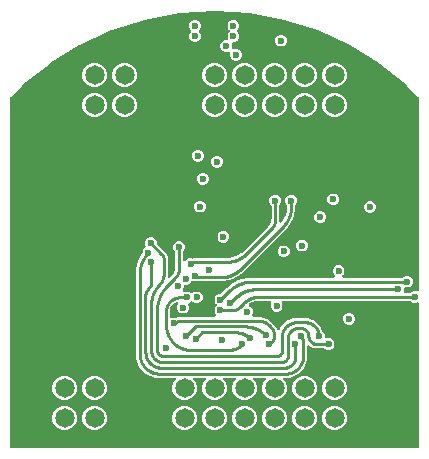
<source format=gbr>
G04 EAGLE Gerber RS-274X export*
G75*
%MOMM*%
%FSLAX34Y34*%
%LPD*%
%INCopper Layer 2*%
%IPPOS*%
%AMOC8*
5,1,8,0,0,1.08239X$1,22.5*%
G01*
%ADD10C,1.650000*%
%ADD11C,0.600000*%
%ADD12C,0.254000*%

G36*
X-38995Y-38000D02*
X-38995Y-38000D01*
X-38995Y-37999D01*
X171730Y-37999D01*
X171848Y-37984D01*
X171967Y-37977D01*
X172005Y-37964D01*
X172046Y-37959D01*
X172156Y-37916D01*
X172269Y-37879D01*
X172304Y-37857D01*
X172341Y-37842D01*
X172437Y-37773D01*
X172538Y-37709D01*
X172566Y-37679D01*
X172599Y-37656D01*
X172675Y-37564D01*
X172756Y-37477D01*
X172776Y-37442D01*
X172801Y-37411D01*
X172852Y-37303D01*
X172910Y-37199D01*
X172920Y-37159D01*
X172937Y-37123D01*
X172959Y-37006D01*
X172989Y-36891D01*
X172993Y-36831D01*
X172997Y-36811D01*
X172995Y-36790D01*
X172999Y-36730D01*
X172999Y84137D01*
X172993Y84187D01*
X172995Y84236D01*
X172973Y84344D01*
X172959Y84453D01*
X172941Y84499D01*
X172931Y84548D01*
X172883Y84646D01*
X172842Y84748D01*
X172813Y84789D01*
X172791Y84833D01*
X172720Y84917D01*
X172656Y85006D01*
X172617Y85037D01*
X172585Y85075D01*
X172495Y85138D01*
X172411Y85209D01*
X172366Y85230D01*
X172325Y85258D01*
X172222Y85297D01*
X172123Y85344D01*
X172074Y85353D01*
X172028Y85371D01*
X171918Y85383D01*
X171811Y85404D01*
X171761Y85401D01*
X171712Y85406D01*
X171603Y85391D01*
X171493Y85384D01*
X171446Y85369D01*
X171397Y85362D01*
X171244Y85310D01*
X170495Y84999D01*
X168505Y84999D01*
X166667Y85761D01*
X166070Y86357D01*
X165992Y86418D01*
X165920Y86486D01*
X165867Y86515D01*
X165819Y86552D01*
X165728Y86592D01*
X165642Y86640D01*
X165583Y86655D01*
X165527Y86679D01*
X165429Y86694D01*
X165334Y86719D01*
X165234Y86725D01*
X165213Y86729D01*
X165201Y86727D01*
X165173Y86729D01*
X58061Y86729D01*
X58011Y86723D01*
X57962Y86725D01*
X57854Y86703D01*
X57745Y86689D01*
X57699Y86671D01*
X57650Y86661D01*
X57551Y86613D01*
X57449Y86572D01*
X57409Y86543D01*
X57364Y86521D01*
X57281Y86450D01*
X57192Y86386D01*
X57160Y86347D01*
X57122Y86315D01*
X57059Y86225D01*
X56989Y86141D01*
X56968Y86096D01*
X56939Y86055D01*
X56900Y85952D01*
X56854Y85853D01*
X56844Y85804D01*
X56827Y85758D01*
X56814Y85648D01*
X56794Y85541D01*
X56797Y85491D01*
X56791Y85442D01*
X56807Y85333D01*
X56814Y85223D01*
X56829Y85176D01*
X56836Y85127D01*
X56888Y84974D01*
X57501Y83495D01*
X57501Y81505D01*
X56739Y79667D01*
X55333Y78261D01*
X53495Y77499D01*
X51505Y77499D01*
X49667Y78261D01*
X48261Y79667D01*
X47499Y81505D01*
X47499Y83495D01*
X48112Y84974D01*
X48125Y85022D01*
X48146Y85067D01*
X48167Y85175D01*
X48196Y85281D01*
X48197Y85331D01*
X48206Y85380D01*
X48199Y85489D01*
X48201Y85599D01*
X48190Y85647D01*
X48186Y85697D01*
X48153Y85801D01*
X48127Y85908D01*
X48104Y85952D01*
X48088Y85999D01*
X48030Y86092D01*
X47978Y86189D01*
X47945Y86226D01*
X47918Y86268D01*
X47838Y86343D01*
X47764Y86425D01*
X47723Y86452D01*
X47687Y86486D01*
X47590Y86539D01*
X47499Y86599D01*
X47452Y86616D01*
X47408Y86640D01*
X47302Y86667D01*
X47198Y86703D01*
X47148Y86707D01*
X47100Y86719D01*
X46939Y86729D01*
X37071Y86729D01*
X37051Y86727D01*
X36947Y86723D01*
X34502Y86482D01*
X34398Y86459D01*
X34293Y86444D01*
X34213Y86417D01*
X34192Y86412D01*
X34178Y86405D01*
X34141Y86392D01*
X29623Y84521D01*
X29531Y84468D01*
X29435Y84423D01*
X29366Y84374D01*
X29347Y84363D01*
X29336Y84352D01*
X29304Y84329D01*
X29189Y84235D01*
X29112Y84154D01*
X29029Y84078D01*
X29003Y84038D01*
X28970Y84004D01*
X28916Y83906D01*
X28854Y83813D01*
X28839Y83768D01*
X28816Y83726D01*
X28788Y83618D01*
X28751Y83512D01*
X28747Y83464D01*
X28735Y83418D01*
X28735Y83307D01*
X28726Y83195D01*
X28734Y83148D01*
X28734Y83100D01*
X28761Y82992D01*
X28780Y82882D01*
X28800Y82838D01*
X28812Y82792D01*
X28865Y82693D01*
X28911Y82592D01*
X28941Y82554D01*
X28964Y82512D01*
X29040Y82430D01*
X29110Y82343D01*
X29148Y82314D01*
X29180Y82279D01*
X29274Y82219D01*
X29364Y82152D01*
X29429Y82120D01*
X29448Y82108D01*
X29465Y82102D01*
X29508Y82081D01*
X30333Y81739D01*
X31739Y80333D01*
X32501Y78495D01*
X32501Y76505D01*
X31888Y75026D01*
X31875Y74978D01*
X31854Y74933D01*
X31833Y74825D01*
X31804Y74719D01*
X31803Y74669D01*
X31794Y74620D01*
X31801Y74511D01*
X31799Y74401D01*
X31810Y74353D01*
X31814Y74303D01*
X31847Y74199D01*
X31873Y74092D01*
X31896Y74048D01*
X31912Y74001D01*
X31970Y73908D01*
X32022Y73811D01*
X32055Y73774D01*
X32082Y73732D01*
X32162Y73657D01*
X32236Y73575D01*
X32277Y73548D01*
X32313Y73514D01*
X32410Y73461D01*
X32501Y73401D01*
X32548Y73384D01*
X32592Y73360D01*
X32698Y73333D01*
X32802Y73297D01*
X32852Y73293D01*
X32900Y73281D01*
X33061Y73271D01*
X39710Y73271D01*
X45932Y70694D01*
X46983Y69642D01*
X51314Y65312D01*
X51314Y65311D01*
X51803Y64823D01*
X52771Y62485D01*
X52839Y62365D01*
X52905Y62242D01*
X52918Y62227D01*
X52928Y62209D01*
X53025Y62109D01*
X53119Y62006D01*
X53136Y61995D01*
X53150Y61981D01*
X53268Y61908D01*
X53384Y61832D01*
X53404Y61825D01*
X53421Y61814D01*
X53553Y61774D01*
X53685Y61728D01*
X53705Y61727D01*
X53725Y61721D01*
X53863Y61714D01*
X54002Y61703D01*
X54022Y61707D01*
X54042Y61706D01*
X54178Y61734D01*
X54316Y61757D01*
X54334Y61766D01*
X54354Y61770D01*
X54479Y61831D01*
X54606Y61888D01*
X54621Y61901D01*
X54640Y61910D01*
X54745Y62000D01*
X54854Y62087D01*
X54866Y62103D01*
X54882Y62116D01*
X54961Y62229D01*
X55045Y62341D01*
X55058Y62366D01*
X55065Y62376D01*
X55072Y62395D01*
X55116Y62485D01*
X56130Y64933D01*
X60567Y69370D01*
X66363Y71771D01*
X79538Y71771D01*
X85150Y69446D01*
X89446Y65150D01*
X91134Y61075D01*
X91139Y61067D01*
X91141Y61058D01*
X91217Y60929D01*
X91292Y60799D01*
X91298Y60792D01*
X91303Y60784D01*
X91409Y60663D01*
X92739Y59333D01*
X93501Y57495D01*
X93501Y56070D01*
X93507Y56021D01*
X93505Y55971D01*
X93527Y55864D01*
X93541Y55754D01*
X93559Y55708D01*
X93569Y55660D01*
X93617Y55561D01*
X93658Y55459D01*
X93687Y55419D01*
X93709Y55374D01*
X93780Y55290D01*
X93844Y55201D01*
X93883Y55170D01*
X93915Y55132D01*
X94005Y55069D01*
X94089Y54999D01*
X94134Y54977D01*
X94175Y54949D01*
X94278Y54910D01*
X94377Y54863D01*
X94426Y54854D01*
X94472Y54836D01*
X94582Y54824D01*
X94689Y54803D01*
X94739Y54806D01*
X94788Y54801D01*
X94897Y54816D01*
X95007Y54823D01*
X95054Y54838D01*
X95103Y54845D01*
X95256Y54897D01*
X95505Y55001D01*
X97495Y55001D01*
X99333Y54239D01*
X100739Y52833D01*
X101501Y50995D01*
X101501Y49005D01*
X100739Y47167D01*
X99333Y45761D01*
X97495Y44999D01*
X95505Y44999D01*
X93667Y45761D01*
X93070Y46358D01*
X92992Y46418D01*
X92920Y46486D01*
X92867Y46515D01*
X92819Y46552D01*
X92728Y46592D01*
X92641Y46640D01*
X92583Y46655D01*
X92527Y46679D01*
X92429Y46694D01*
X92334Y46719D01*
X92234Y46725D01*
X92213Y46729D01*
X92201Y46727D01*
X92173Y46729D01*
X83748Y46729D01*
X80175Y48792D01*
X80052Y48844D01*
X79933Y48900D01*
X79906Y48905D01*
X79881Y48916D01*
X79750Y48935D01*
X79620Y48960D01*
X79594Y48958D01*
X79567Y48962D01*
X79435Y48948D01*
X79303Y48940D01*
X79277Y48932D01*
X79251Y48929D01*
X79126Y48883D01*
X79001Y48842D01*
X78978Y48828D01*
X78952Y48818D01*
X78844Y48743D01*
X78732Y48672D01*
X78713Y48652D01*
X78691Y48637D01*
X78605Y48537D01*
X78514Y48440D01*
X78501Y48417D01*
X78483Y48396D01*
X78424Y48278D01*
X78360Y48162D01*
X78354Y48136D01*
X78342Y48111D01*
X78314Y47982D01*
X78281Y47854D01*
X78279Y47816D01*
X78275Y47800D01*
X78276Y47779D01*
X78271Y47693D01*
X78271Y36366D01*
X75489Y29650D01*
X70350Y24511D01*
X63634Y21729D01*
X59332Y21729D01*
X59194Y21712D01*
X59055Y21699D01*
X59036Y21692D01*
X59016Y21689D01*
X58887Y21638D01*
X58756Y21591D01*
X58739Y21580D01*
X58720Y21572D01*
X58608Y21491D01*
X58493Y21413D01*
X58480Y21397D01*
X58463Y21386D01*
X58374Y21278D01*
X58282Y21174D01*
X58273Y21156D01*
X58260Y21141D01*
X58201Y21015D01*
X58138Y20891D01*
X58133Y20871D01*
X58125Y20853D01*
X58099Y20716D01*
X58068Y20581D01*
X58069Y20560D01*
X58065Y20541D01*
X58074Y20402D01*
X58078Y20263D01*
X58083Y20243D01*
X58085Y20223D01*
X58127Y20091D01*
X58166Y19957D01*
X58177Y19940D01*
X58183Y19921D01*
X58257Y19803D01*
X58328Y19683D01*
X58346Y19662D01*
X58353Y19652D01*
X58368Y19638D01*
X58434Y19563D01*
X59490Y18507D01*
X61051Y14739D01*
X61051Y10661D01*
X59490Y6893D01*
X56607Y4010D01*
X52839Y2449D01*
X48761Y2449D01*
X44993Y4010D01*
X42110Y6893D01*
X40549Y10661D01*
X40549Y14739D01*
X42110Y18507D01*
X43166Y19563D01*
X43251Y19672D01*
X43340Y19779D01*
X43348Y19798D01*
X43361Y19814D01*
X43416Y19941D01*
X43475Y20067D01*
X43479Y20087D01*
X43487Y20106D01*
X43509Y20244D01*
X43535Y20380D01*
X43534Y20400D01*
X43537Y20420D01*
X43524Y20559D01*
X43515Y20697D01*
X43509Y20716D01*
X43507Y20736D01*
X43460Y20868D01*
X43417Y20999D01*
X43406Y21017D01*
X43400Y21036D01*
X43321Y21151D01*
X43247Y21268D01*
X43232Y21282D01*
X43221Y21299D01*
X43117Y21391D01*
X43015Y21486D01*
X42998Y21496D01*
X42983Y21509D01*
X42859Y21572D01*
X42737Y21640D01*
X42717Y21645D01*
X42699Y21654D01*
X42563Y21684D01*
X42429Y21719D01*
X42401Y21721D01*
X42389Y21724D01*
X42369Y21723D01*
X42268Y21729D01*
X33932Y21729D01*
X33794Y21712D01*
X33655Y21699D01*
X33636Y21692D01*
X33616Y21689D01*
X33487Y21638D01*
X33356Y21591D01*
X33339Y21580D01*
X33320Y21572D01*
X33208Y21491D01*
X33093Y21413D01*
X33080Y21397D01*
X33063Y21386D01*
X32974Y21278D01*
X32882Y21174D01*
X32873Y21156D01*
X32860Y21141D01*
X32801Y21015D01*
X32738Y20891D01*
X32733Y20871D01*
X32725Y20853D01*
X32699Y20716D01*
X32668Y20581D01*
X32669Y20560D01*
X32665Y20541D01*
X32674Y20402D01*
X32678Y20263D01*
X32683Y20243D01*
X32685Y20223D01*
X32727Y20091D01*
X32766Y19957D01*
X32777Y19940D01*
X32783Y19921D01*
X32857Y19803D01*
X32928Y19683D01*
X32946Y19662D01*
X32953Y19652D01*
X32968Y19638D01*
X33034Y19563D01*
X34090Y18507D01*
X35651Y14739D01*
X35651Y10661D01*
X34090Y6893D01*
X31207Y4010D01*
X27439Y2449D01*
X23361Y2449D01*
X19593Y4010D01*
X16710Y6893D01*
X15149Y10661D01*
X15149Y14739D01*
X16710Y18507D01*
X17766Y19563D01*
X17851Y19672D01*
X17940Y19779D01*
X17948Y19798D01*
X17961Y19814D01*
X18016Y19941D01*
X18075Y20067D01*
X18079Y20087D01*
X18087Y20106D01*
X18109Y20244D01*
X18135Y20380D01*
X18134Y20400D01*
X18137Y20420D01*
X18124Y20559D01*
X18115Y20697D01*
X18109Y20716D01*
X18107Y20736D01*
X18060Y20868D01*
X18017Y20999D01*
X18006Y21017D01*
X18000Y21036D01*
X17921Y21151D01*
X17847Y21268D01*
X17832Y21282D01*
X17821Y21299D01*
X17717Y21391D01*
X17615Y21486D01*
X17598Y21496D01*
X17583Y21509D01*
X17459Y21572D01*
X17337Y21640D01*
X17317Y21645D01*
X17299Y21654D01*
X17163Y21684D01*
X17029Y21719D01*
X17001Y21721D01*
X16989Y21724D01*
X16969Y21723D01*
X16868Y21729D01*
X8532Y21729D01*
X8394Y21712D01*
X8255Y21699D01*
X8236Y21692D01*
X8216Y21689D01*
X8087Y21638D01*
X7956Y21591D01*
X7939Y21580D01*
X7920Y21572D01*
X7808Y21491D01*
X7693Y21413D01*
X7680Y21397D01*
X7663Y21386D01*
X7574Y21278D01*
X7482Y21174D01*
X7473Y21156D01*
X7460Y21141D01*
X7401Y21015D01*
X7338Y20891D01*
X7333Y20871D01*
X7325Y20853D01*
X7299Y20716D01*
X7268Y20581D01*
X7269Y20560D01*
X7265Y20541D01*
X7274Y20402D01*
X7278Y20263D01*
X7283Y20243D01*
X7285Y20223D01*
X7327Y20091D01*
X7366Y19957D01*
X7377Y19940D01*
X7383Y19921D01*
X7457Y19803D01*
X7528Y19683D01*
X7546Y19662D01*
X7553Y19652D01*
X7568Y19638D01*
X7634Y19563D01*
X8690Y18507D01*
X10251Y14739D01*
X10251Y10661D01*
X8690Y6893D01*
X5807Y4010D01*
X2039Y2449D01*
X-2039Y2449D01*
X-5807Y4010D01*
X-8690Y6893D01*
X-10251Y10661D01*
X-10251Y14739D01*
X-8690Y18507D01*
X-7634Y19563D01*
X-7549Y19672D01*
X-7460Y19779D01*
X-7452Y19798D01*
X-7439Y19814D01*
X-7384Y19941D01*
X-7325Y20067D01*
X-7321Y20087D01*
X-7313Y20106D01*
X-7291Y20244D01*
X-7265Y20380D01*
X-7266Y20400D01*
X-7263Y20420D01*
X-7276Y20559D01*
X-7285Y20697D01*
X-7291Y20716D01*
X-7293Y20736D01*
X-7340Y20868D01*
X-7383Y20999D01*
X-7394Y21017D01*
X-7400Y21036D01*
X-7479Y21151D01*
X-7553Y21268D01*
X-7568Y21282D01*
X-7579Y21299D01*
X-7683Y21391D01*
X-7785Y21486D01*
X-7802Y21496D01*
X-7817Y21509D01*
X-7941Y21572D01*
X-8063Y21640D01*
X-8083Y21645D01*
X-8101Y21654D01*
X-8237Y21684D01*
X-8371Y21719D01*
X-8399Y21721D01*
X-8411Y21724D01*
X-8431Y21723D01*
X-8532Y21729D01*
X-16868Y21729D01*
X-17006Y21712D01*
X-17145Y21699D01*
X-17164Y21692D01*
X-17184Y21689D01*
X-17313Y21638D01*
X-17444Y21591D01*
X-17461Y21580D01*
X-17480Y21572D01*
X-17592Y21491D01*
X-17707Y21413D01*
X-17720Y21397D01*
X-17737Y21386D01*
X-17826Y21278D01*
X-17918Y21174D01*
X-17927Y21156D01*
X-17940Y21141D01*
X-17999Y21015D01*
X-18062Y20891D01*
X-18067Y20871D01*
X-18075Y20853D01*
X-18101Y20716D01*
X-18132Y20581D01*
X-18131Y20560D01*
X-18135Y20541D01*
X-18126Y20402D01*
X-18122Y20263D01*
X-18117Y20243D01*
X-18115Y20223D01*
X-18073Y20091D01*
X-18034Y19957D01*
X-18023Y19940D01*
X-18017Y19921D01*
X-17943Y19803D01*
X-17872Y19683D01*
X-17854Y19662D01*
X-17847Y19652D01*
X-17832Y19638D01*
X-17766Y19563D01*
X-16710Y18507D01*
X-15149Y14739D01*
X-15149Y10661D01*
X-16710Y6893D01*
X-19593Y4010D01*
X-23361Y2449D01*
X-27439Y2449D01*
X-31207Y4010D01*
X-34090Y6893D01*
X-35651Y10661D01*
X-35651Y14739D01*
X-34090Y18507D01*
X-33034Y19563D01*
X-32949Y19672D01*
X-32860Y19779D01*
X-32852Y19798D01*
X-32839Y19814D01*
X-32784Y19941D01*
X-32725Y20067D01*
X-32721Y20087D01*
X-32713Y20106D01*
X-32691Y20244D01*
X-32665Y20380D01*
X-32666Y20400D01*
X-32663Y20420D01*
X-32676Y20559D01*
X-32685Y20697D01*
X-32691Y20716D01*
X-32693Y20736D01*
X-32740Y20868D01*
X-32783Y20999D01*
X-32794Y21017D01*
X-32800Y21036D01*
X-32879Y21151D01*
X-32953Y21268D01*
X-32968Y21282D01*
X-32979Y21299D01*
X-33083Y21391D01*
X-33185Y21486D01*
X-33202Y21496D01*
X-33217Y21509D01*
X-33341Y21572D01*
X-33463Y21640D01*
X-33483Y21645D01*
X-33501Y21654D01*
X-33637Y21684D01*
X-33771Y21719D01*
X-33799Y21721D01*
X-33811Y21724D01*
X-33831Y21723D01*
X-33932Y21729D01*
X-38995Y21729D01*
X-38995Y21730D01*
X-38999Y21735D01*
X-39000Y21734D01*
X-39000Y21735D01*
X-50611Y21735D01*
X-58023Y24805D01*
X-63695Y30477D01*
X-66765Y37889D01*
X-66765Y113253D01*
X-64812Y120543D01*
X-61038Y127080D01*
X-60997Y127121D01*
X-60996Y127123D01*
X-60995Y127125D01*
X-60995Y128508D01*
X-60239Y130333D01*
X-58741Y131831D01*
X-58723Y131854D01*
X-58701Y131874D01*
X-58626Y131979D01*
X-58546Y132082D01*
X-58534Y132109D01*
X-58517Y132134D01*
X-58471Y132255D01*
X-58420Y132374D01*
X-58415Y132403D01*
X-58405Y132431D01*
X-58390Y132560D01*
X-58370Y132688D01*
X-58373Y132718D01*
X-58369Y132747D01*
X-58388Y132875D01*
X-58400Y133005D01*
X-58410Y133033D01*
X-58414Y133062D01*
X-58466Y133214D01*
X-59001Y134505D01*
X-59001Y136495D01*
X-58239Y138333D01*
X-56833Y139739D01*
X-54995Y140501D01*
X-53005Y140501D01*
X-51167Y139739D01*
X-49761Y138333D01*
X-48999Y136495D01*
X-48999Y135651D01*
X-48987Y135552D01*
X-48984Y135453D01*
X-48967Y135395D01*
X-48959Y135335D01*
X-48923Y135243D01*
X-48895Y135148D01*
X-48865Y135096D01*
X-48842Y135039D01*
X-48784Y134959D01*
X-48734Y134874D01*
X-48668Y134798D01*
X-48656Y134782D01*
X-48646Y134774D01*
X-48628Y134753D01*
X-41330Y127455D01*
X-39729Y123591D01*
X-39729Y107460D01*
X-39712Y107323D01*
X-39699Y107184D01*
X-39692Y107165D01*
X-39689Y107145D01*
X-39638Y107016D01*
X-39591Y106885D01*
X-39580Y106868D01*
X-39572Y106849D01*
X-39491Y106737D01*
X-39413Y106622D01*
X-39397Y106608D01*
X-39386Y106592D01*
X-39279Y106503D01*
X-39174Y106411D01*
X-39156Y106402D01*
X-39141Y106389D01*
X-39015Y106330D01*
X-38891Y106267D01*
X-38871Y106262D01*
X-38853Y106254D01*
X-38717Y106228D01*
X-38581Y106197D01*
X-38560Y106198D01*
X-38541Y106194D01*
X-38402Y106202D01*
X-38263Y106207D01*
X-38243Y106212D01*
X-38223Y106214D01*
X-38091Y106256D01*
X-37957Y106295D01*
X-37940Y106305D01*
X-37921Y106312D01*
X-37803Y106386D01*
X-37683Y106457D01*
X-37662Y106475D01*
X-37652Y106482D01*
X-37638Y106497D01*
X-37562Y106563D01*
X-37142Y106983D01*
X-36811Y107315D01*
X-36810Y107315D01*
X-35813Y108313D01*
X-35801Y108328D01*
X-35729Y108405D01*
X-34808Y109528D01*
X-34751Y109618D01*
X-34687Y109703D01*
X-34650Y109779D01*
X-34638Y109797D01*
X-34633Y109812D01*
X-34616Y109847D01*
X-33510Y112518D01*
X-33482Y112621D01*
X-33445Y112721D01*
X-33432Y112804D01*
X-33426Y112825D01*
X-33426Y112841D01*
X-33419Y112880D01*
X-33277Y114325D01*
X-33277Y114345D01*
X-33271Y114450D01*
X-33271Y127673D01*
X-33283Y127771D01*
X-33286Y127870D01*
X-33303Y127928D01*
X-33311Y127988D01*
X-33347Y128080D01*
X-33375Y128176D01*
X-33405Y128228D01*
X-33428Y128284D01*
X-33486Y128364D01*
X-33536Y128450D01*
X-33602Y128525D01*
X-33614Y128541D01*
X-33624Y128549D01*
X-33642Y128570D01*
X-34239Y129167D01*
X-35001Y131005D01*
X-35001Y132995D01*
X-34239Y134833D01*
X-32833Y136239D01*
X-30995Y137001D01*
X-29005Y137001D01*
X-27167Y136239D01*
X-25761Y134833D01*
X-24999Y132995D01*
X-24999Y131005D01*
X-25761Y129167D01*
X-26358Y128570D01*
X-26418Y128492D01*
X-26486Y128420D01*
X-26515Y128367D01*
X-26552Y128319D01*
X-26592Y128228D01*
X-26640Y128141D01*
X-26655Y128083D01*
X-26679Y128027D01*
X-26694Y127929D01*
X-26719Y127834D01*
X-26725Y127734D01*
X-26729Y127713D01*
X-26727Y127701D01*
X-26729Y127673D01*
X-26729Y121357D01*
X-26712Y121219D01*
X-26699Y121081D01*
X-26692Y121062D01*
X-26689Y121042D01*
X-26638Y120912D01*
X-26591Y120782D01*
X-26580Y120765D01*
X-26572Y120746D01*
X-26491Y120634D01*
X-26413Y120519D01*
X-26397Y120505D01*
X-26386Y120489D01*
X-26278Y120400D01*
X-26174Y120308D01*
X-26156Y120299D01*
X-26141Y120286D01*
X-26015Y120227D01*
X-25891Y120163D01*
X-25871Y120159D01*
X-25853Y120150D01*
X-25716Y120124D01*
X-25581Y120094D01*
X-25560Y120094D01*
X-25541Y120091D01*
X-25402Y120099D01*
X-25263Y120103D01*
X-25243Y120109D01*
X-25223Y120110D01*
X-25091Y120153D01*
X-24957Y120192D01*
X-24940Y120202D01*
X-24921Y120208D01*
X-24803Y120283D01*
X-24683Y120353D01*
X-24662Y120372D01*
X-24652Y120379D01*
X-24638Y120394D01*
X-24563Y120460D01*
X-23135Y121888D01*
X-21297Y122649D01*
X-19307Y122649D01*
X-19156Y122586D01*
X-19061Y122560D01*
X-18968Y122525D01*
X-18908Y122518D01*
X-18849Y122502D01*
X-18750Y122501D01*
X-18652Y122490D01*
X-18592Y122498D01*
X-18531Y122497D01*
X-18435Y122520D01*
X-18337Y122534D01*
X-18242Y122567D01*
X-18222Y122572D01*
X-18211Y122577D01*
X-18185Y122586D01*
X-17740Y122771D01*
X9479Y122771D01*
X9500Y122773D01*
X9562Y122773D01*
X12285Y122952D01*
X12328Y122960D01*
X12372Y122961D01*
X12530Y122992D01*
X17790Y124402D01*
X17870Y124434D01*
X17952Y124457D01*
X18075Y124518D01*
X18085Y124522D01*
X18088Y124525D01*
X18096Y124529D01*
X22812Y127251D01*
X22848Y127278D01*
X22887Y127298D01*
X23015Y127396D01*
X25066Y129196D01*
X25080Y129211D01*
X25127Y129252D01*
X26456Y130582D01*
X45248Y149373D01*
X45260Y149389D01*
X45331Y149466D01*
X46440Y150816D01*
X46496Y150906D01*
X46560Y150991D01*
X46597Y151066D01*
X46609Y151085D01*
X46614Y151100D01*
X46631Y151135D01*
X47961Y154347D01*
X47989Y154450D01*
X48026Y154550D01*
X48040Y154633D01*
X48045Y154654D01*
X48046Y154670D01*
X48052Y154709D01*
X48223Y156447D01*
X48223Y156466D01*
X48229Y156571D01*
X48229Y167173D01*
X48217Y167271D01*
X48214Y167370D01*
X48197Y167428D01*
X48189Y167488D01*
X48153Y167580D01*
X48125Y167676D01*
X48095Y167728D01*
X48072Y167784D01*
X48014Y167864D01*
X47964Y167950D01*
X47898Y168025D01*
X47886Y168041D01*
X47876Y168049D01*
X47858Y168070D01*
X47261Y168667D01*
X46499Y170505D01*
X46499Y172495D01*
X47261Y174333D01*
X48667Y175739D01*
X50505Y176501D01*
X52495Y176501D01*
X54333Y175739D01*
X55739Y174333D01*
X56501Y172495D01*
X56501Y170505D01*
X55739Y168667D01*
X55142Y168070D01*
X55082Y167992D01*
X55014Y167920D01*
X54985Y167867D01*
X54948Y167819D01*
X54908Y167728D01*
X54860Y167641D01*
X54845Y167583D01*
X54821Y167527D01*
X54806Y167429D01*
X54781Y167334D01*
X54775Y167234D01*
X54771Y167213D01*
X54773Y167201D01*
X54771Y167173D01*
X54771Y154197D01*
X54773Y154176D01*
X54771Y154155D01*
X54793Y154018D01*
X54811Y153882D01*
X54819Y153862D01*
X54822Y153841D01*
X54877Y153714D01*
X54928Y153586D01*
X54940Y153569D01*
X54949Y153549D01*
X55034Y153440D01*
X55114Y153329D01*
X55131Y153315D01*
X55144Y153298D01*
X55253Y153214D01*
X55359Y153126D01*
X55379Y153117D01*
X55396Y153104D01*
X55523Y153049D01*
X55647Y152991D01*
X55668Y152987D01*
X55688Y152978D01*
X55825Y152957D01*
X55959Y152931D01*
X55981Y152932D01*
X56002Y152929D01*
X56140Y152942D01*
X56277Y152951D01*
X56297Y152957D01*
X56319Y152959D01*
X56449Y153006D01*
X56579Y153049D01*
X56598Y153060D01*
X56618Y153067D01*
X56732Y153145D01*
X56848Y153219D01*
X56863Y153234D01*
X56881Y153247D01*
X56994Y153361D01*
X57104Y153485D01*
X57128Y153522D01*
X57159Y153554D01*
X57249Y153688D01*
X59971Y158404D01*
X60005Y158482D01*
X60047Y158557D01*
X60090Y158687D01*
X60095Y158697D01*
X60095Y158701D01*
X60098Y158710D01*
X61508Y163970D01*
X61514Y164014D01*
X61527Y164056D01*
X61548Y164215D01*
X61727Y166938D01*
X61725Y166959D01*
X61729Y167021D01*
X61729Y167173D01*
X61717Y167271D01*
X61714Y167370D01*
X61697Y167428D01*
X61689Y167488D01*
X61653Y167580D01*
X61625Y167676D01*
X61595Y167728D01*
X61572Y167784D01*
X61514Y167864D01*
X61464Y167950D01*
X61398Y168025D01*
X61386Y168041D01*
X61376Y168049D01*
X61358Y168070D01*
X60761Y168667D01*
X59999Y170505D01*
X59999Y172495D01*
X60761Y174333D01*
X62167Y175739D01*
X64005Y176501D01*
X65995Y176501D01*
X67833Y175739D01*
X69239Y174333D01*
X70001Y172495D01*
X70001Y170505D01*
X69239Y168667D01*
X68642Y168070D01*
X68582Y167992D01*
X68514Y167920D01*
X68485Y167867D01*
X68448Y167819D01*
X68408Y167728D01*
X68360Y167641D01*
X68345Y167583D01*
X68321Y167527D01*
X68306Y167429D01*
X68281Y167334D01*
X68275Y167234D01*
X68271Y167213D01*
X68273Y167201D01*
X68271Y167173D01*
X68271Y163246D01*
X66317Y155954D01*
X62542Y149417D01*
X58544Y145418D01*
X26082Y112956D01*
X22083Y108958D01*
X15546Y105183D01*
X8254Y103229D01*
X-14426Y103229D01*
X-14470Y103234D01*
X-14528Y103250D01*
X-14627Y103252D01*
X-14725Y103263D01*
X-14786Y103254D01*
X-14846Y103255D01*
X-14942Y103232D01*
X-15040Y103218D01*
X-15135Y103186D01*
X-15155Y103181D01*
X-15166Y103175D01*
X-15193Y103166D01*
X-15441Y103063D01*
X-17431Y103063D01*
X-18278Y103414D01*
X-18393Y103445D01*
X-18506Y103484D01*
X-18546Y103487D01*
X-18585Y103498D01*
X-18704Y103500D01*
X-18823Y103509D01*
X-18863Y103502D01*
X-18903Y103503D01*
X-19019Y103475D01*
X-19136Y103455D01*
X-19173Y103438D01*
X-19212Y103429D01*
X-19318Y103373D01*
X-19426Y103324D01*
X-19458Y103299D01*
X-19494Y103280D01*
X-19582Y103200D01*
X-19675Y103126D01*
X-19699Y103093D01*
X-19729Y103066D01*
X-19794Y102967D01*
X-19866Y102872D01*
X-19892Y102818D01*
X-19904Y102801D01*
X-19910Y102781D01*
X-19937Y102727D01*
X-20104Y102324D01*
X-21510Y100917D01*
X-23348Y100156D01*
X-24730Y100156D01*
X-24848Y100141D01*
X-24967Y100134D01*
X-25005Y100121D01*
X-25046Y100116D01*
X-25156Y100072D01*
X-25269Y100036D01*
X-25304Y100014D01*
X-25341Y99999D01*
X-25437Y99929D01*
X-25538Y99866D01*
X-25566Y99836D01*
X-25599Y99812D01*
X-25675Y99721D01*
X-25756Y99634D01*
X-25776Y99599D01*
X-25801Y99567D01*
X-25852Y99460D01*
X-25910Y99356D01*
X-25920Y99316D01*
X-25937Y99280D01*
X-25959Y99163D01*
X-25989Y99048D01*
X-25993Y98987D01*
X-25997Y98967D01*
X-25995Y98947D01*
X-25999Y98887D01*
X-25999Y98005D01*
X-26798Y96077D01*
X-26809Y96063D01*
X-26836Y95999D01*
X-26873Y95939D01*
X-26899Y95854D01*
X-26935Y95771D01*
X-26946Y95702D01*
X-26967Y95635D01*
X-26971Y95546D01*
X-26985Y95457D01*
X-26978Y95388D01*
X-26982Y95318D01*
X-26964Y95230D01*
X-26955Y95141D01*
X-26932Y95075D01*
X-26917Y95006D01*
X-26878Y94926D01*
X-26848Y94841D01*
X-26809Y94783D01*
X-26778Y94720D01*
X-26720Y94652D01*
X-26669Y94578D01*
X-26617Y94532D01*
X-26571Y94478D01*
X-26498Y94427D01*
X-26431Y94368D01*
X-26369Y94336D01*
X-26311Y94295D01*
X-26228Y94264D01*
X-26148Y94223D01*
X-26080Y94208D01*
X-26014Y94183D01*
X-25925Y94173D01*
X-25838Y94153D01*
X-25768Y94155D01*
X-25698Y94147D01*
X-25609Y94160D01*
X-25520Y94163D01*
X-25452Y94182D01*
X-25383Y94192D01*
X-25231Y94244D01*
X-24495Y94549D01*
X-22505Y94549D01*
X-20667Y93787D01*
X-20123Y93244D01*
X-20029Y93171D01*
X-19940Y93092D01*
X-19904Y93074D01*
X-19872Y93049D01*
X-19763Y93001D01*
X-19657Y92947D01*
X-19618Y92938D01*
X-19580Y92922D01*
X-19463Y92904D01*
X-19347Y92878D01*
X-19306Y92879D01*
X-19266Y92872D01*
X-19148Y92884D01*
X-19029Y92887D01*
X-18990Y92899D01*
X-18950Y92902D01*
X-18838Y92943D01*
X-18723Y92976D01*
X-18688Y92996D01*
X-18650Y93010D01*
X-18552Y93077D01*
X-18449Y93137D01*
X-18404Y93177D01*
X-18387Y93188D01*
X-18374Y93204D01*
X-18328Y93244D01*
X-17833Y93739D01*
X-15995Y94501D01*
X-14005Y94501D01*
X-12167Y93739D01*
X-10761Y92333D01*
X-9999Y90495D01*
X-9999Y88505D01*
X-10761Y86667D01*
X-12167Y85261D01*
X-14005Y84499D01*
X-15995Y84499D01*
X-17833Y85261D01*
X-18376Y85804D01*
X-18470Y85877D01*
X-18560Y85956D01*
X-18596Y85975D01*
X-18628Y85999D01*
X-18737Y86047D01*
X-18843Y86101D01*
X-18882Y86110D01*
X-18920Y86126D01*
X-19037Y86144D01*
X-19153Y86170D01*
X-19194Y86169D01*
X-19234Y86176D01*
X-19352Y86164D01*
X-19471Y86161D01*
X-19510Y86149D01*
X-19550Y86146D01*
X-19662Y86105D01*
X-19777Y86072D01*
X-19812Y86052D01*
X-19850Y86038D01*
X-19948Y85971D01*
X-20051Y85911D01*
X-20096Y85871D01*
X-20113Y85860D01*
X-20126Y85844D01*
X-20171Y85804D01*
X-20667Y85309D01*
X-21376Y85015D01*
X-21435Y84981D01*
X-21486Y84961D01*
X-21521Y84936D01*
X-21587Y84904D01*
X-21618Y84877D01*
X-21653Y84857D01*
X-21723Y84789D01*
X-21744Y84774D01*
X-21756Y84759D01*
X-21829Y84697D01*
X-21852Y84664D01*
X-21881Y84636D01*
X-21943Y84535D01*
X-22012Y84437D01*
X-22026Y84399D01*
X-22047Y84365D01*
X-22082Y84251D01*
X-22125Y84140D01*
X-22129Y84100D01*
X-22141Y84061D01*
X-22147Y83942D01*
X-22160Y83824D01*
X-22154Y83784D01*
X-22156Y83743D01*
X-22132Y83627D01*
X-22115Y83509D01*
X-22096Y83452D01*
X-22092Y83432D01*
X-22083Y83413D01*
X-22063Y83357D01*
X-21499Y81995D01*
X-21499Y80005D01*
X-22261Y78167D01*
X-23667Y76761D01*
X-25505Y75999D01*
X-27495Y75999D01*
X-29333Y76761D01*
X-30739Y78167D01*
X-31501Y80005D01*
X-31501Y81995D01*
X-30688Y83956D01*
X-30652Y84090D01*
X-30611Y84223D01*
X-30610Y84243D01*
X-30604Y84263D01*
X-30602Y84402D01*
X-30596Y84541D01*
X-30600Y84561D01*
X-30599Y84581D01*
X-30632Y84716D01*
X-30660Y84852D01*
X-30669Y84870D01*
X-30673Y84890D01*
X-30738Y85013D01*
X-30800Y85138D01*
X-30813Y85153D01*
X-30822Y85171D01*
X-30915Y85274D01*
X-31006Y85380D01*
X-31023Y85392D01*
X-31036Y85407D01*
X-31152Y85483D01*
X-31266Y85563D01*
X-31285Y85570D01*
X-31302Y85581D01*
X-31433Y85626D01*
X-31563Y85676D01*
X-31583Y85678D01*
X-31603Y85685D01*
X-31741Y85696D01*
X-31879Y85711D01*
X-31899Y85708D01*
X-31920Y85710D01*
X-32057Y85686D01*
X-32194Y85667D01*
X-32221Y85657D01*
X-32233Y85655D01*
X-32252Y85647D01*
X-32347Y85614D01*
X-33831Y85000D01*
X-33839Y84995D01*
X-33848Y84992D01*
X-33895Y84965D01*
X-33904Y84961D01*
X-33916Y84952D01*
X-33977Y84916D01*
X-34107Y84842D01*
X-34114Y84836D01*
X-34122Y84831D01*
X-34243Y84724D01*
X-36176Y82791D01*
X-36182Y82784D01*
X-36189Y82778D01*
X-36279Y82658D01*
X-36371Y82540D01*
X-36375Y82531D01*
X-36381Y82524D01*
X-36452Y82379D01*
X-37498Y79853D01*
X-37526Y79750D01*
X-37563Y79650D01*
X-37576Y79567D01*
X-37582Y79546D01*
X-37582Y79530D01*
X-37588Y79492D01*
X-37723Y78124D01*
X-37723Y78105D01*
X-37729Y78000D01*
X-37729Y73475D01*
X-37723Y73425D01*
X-37725Y73376D01*
X-37703Y73268D01*
X-37689Y73159D01*
X-37671Y73113D01*
X-37661Y73064D01*
X-37613Y72966D01*
X-37572Y72863D01*
X-37543Y72823D01*
X-37521Y72779D01*
X-37450Y72695D01*
X-37386Y72606D01*
X-37347Y72574D01*
X-37315Y72537D01*
X-37225Y72473D01*
X-37141Y72403D01*
X-37096Y72382D01*
X-37055Y72354D01*
X-36952Y72315D01*
X-36853Y72268D01*
X-36804Y72258D01*
X-36758Y72241D01*
X-36648Y72229D01*
X-36541Y72208D01*
X-36491Y72211D01*
X-36442Y72206D01*
X-36333Y72221D01*
X-36223Y72228D01*
X-36176Y72243D01*
X-36127Y72250D01*
X-35974Y72302D01*
X-35495Y72501D01*
X-33472Y72501D01*
X-33386Y72468D01*
X-33326Y72461D01*
X-33268Y72445D01*
X-33169Y72444D01*
X-33070Y72433D01*
X-33010Y72441D01*
X-32950Y72440D01*
X-32853Y72463D01*
X-32755Y72477D01*
X-32660Y72510D01*
X-32640Y72514D01*
X-32630Y72520D01*
X-32603Y72529D01*
X-30813Y73271D01*
X93Y73271D01*
X230Y73288D01*
X369Y73301D01*
X388Y73308D01*
X408Y73311D01*
X537Y73362D01*
X669Y73409D01*
X685Y73420D01*
X704Y73428D01*
X816Y73509D01*
X932Y73587D01*
X945Y73603D01*
X961Y73614D01*
X1050Y73722D01*
X1142Y73826D01*
X1151Y73844D01*
X1164Y73859D01*
X1223Y73985D01*
X1287Y74109D01*
X1291Y74129D01*
X1300Y74147D01*
X1326Y74283D01*
X1356Y74419D01*
X1356Y74440D01*
X1360Y74459D01*
X1351Y74598D01*
X1347Y74737D01*
X1341Y74757D01*
X1340Y74777D01*
X1297Y74909D01*
X1258Y75043D01*
X1248Y75060D01*
X1242Y75079D01*
X1167Y75197D01*
X1097Y75317D01*
X1078Y75338D01*
X1072Y75348D01*
X1057Y75362D01*
X990Y75437D01*
X761Y75667D01*
X-1Y77505D01*
X-1Y79495D01*
X761Y81333D01*
X1530Y82103D01*
X1603Y82196D01*
X1682Y82286D01*
X1701Y82322D01*
X1725Y82354D01*
X1773Y82463D01*
X1827Y82569D01*
X1836Y82609D01*
X1852Y82646D01*
X1870Y82763D01*
X1896Y82879D01*
X1895Y82920D01*
X1902Y82960D01*
X1890Y83078D01*
X1887Y83197D01*
X1875Y83236D01*
X1872Y83276D01*
X1831Y83388D01*
X1798Y83503D01*
X1778Y83537D01*
X1764Y83576D01*
X1697Y83674D01*
X1637Y83777D01*
X1597Y83822D01*
X1585Y83839D01*
X1570Y83852D01*
X1530Y83898D01*
X761Y84667D01*
X-1Y86505D01*
X-1Y88495D01*
X761Y90333D01*
X2167Y91739D01*
X4005Y92501D01*
X4849Y92501D01*
X4948Y92513D01*
X5047Y92516D01*
X5105Y92533D01*
X5165Y92541D01*
X5257Y92577D01*
X5352Y92605D01*
X5404Y92635D01*
X5461Y92658D01*
X5541Y92716D01*
X5626Y92766D01*
X5702Y92832D01*
X5718Y92844D01*
X5726Y92854D01*
X5747Y92872D01*
X10403Y97528D01*
X13100Y100225D01*
X19999Y104209D01*
X27694Y106271D01*
X29797Y106271D01*
X100593Y106271D01*
X100731Y106288D01*
X100869Y106301D01*
X100888Y106308D01*
X100908Y106311D01*
X101038Y106362D01*
X101169Y106409D01*
X101185Y106420D01*
X101204Y106428D01*
X101316Y106509D01*
X101432Y106587D01*
X101445Y106603D01*
X101461Y106614D01*
X101550Y106722D01*
X101642Y106826D01*
X101651Y106844D01*
X101664Y106859D01*
X101724Y106985D01*
X101787Y107109D01*
X101791Y107129D01*
X101800Y107147D01*
X101826Y107284D01*
X101856Y107419D01*
X101856Y107440D01*
X101860Y107459D01*
X101851Y107598D01*
X101847Y107737D01*
X101841Y107757D01*
X101840Y107777D01*
X101797Y107909D01*
X101758Y108043D01*
X101748Y108060D01*
X101742Y108079D01*
X101668Y108197D01*
X101597Y108317D01*
X101578Y108338D01*
X101572Y108348D01*
X101557Y108362D01*
X101490Y108437D01*
X100761Y109167D01*
X99999Y111005D01*
X99999Y112995D01*
X100761Y114833D01*
X102167Y116239D01*
X104005Y117001D01*
X105995Y117001D01*
X107833Y116239D01*
X109239Y114833D01*
X110001Y112995D01*
X110001Y111005D01*
X109239Y109167D01*
X108510Y108437D01*
X108425Y108328D01*
X108336Y108221D01*
X108327Y108202D01*
X108315Y108186D01*
X108259Y108058D01*
X108200Y107933D01*
X108196Y107913D01*
X108188Y107894D01*
X108166Y107756D01*
X108140Y107620D01*
X108142Y107600D01*
X108138Y107580D01*
X108152Y107441D01*
X108160Y107303D01*
X108166Y107284D01*
X108168Y107264D01*
X108215Y107132D01*
X108258Y107001D01*
X108269Y106983D01*
X108276Y106964D01*
X108354Y106849D01*
X108428Y106732D01*
X108443Y106718D01*
X108454Y106701D01*
X108558Y106609D01*
X108660Y106514D01*
X108678Y106504D01*
X108693Y106491D01*
X108817Y106428D01*
X108938Y106360D01*
X108958Y106355D01*
X108976Y106346D01*
X109112Y106316D01*
X109246Y106281D01*
X109274Y106279D01*
X109286Y106276D01*
X109307Y106277D01*
X109407Y106271D01*
X158673Y106271D01*
X158771Y106283D01*
X158870Y106286D01*
X158928Y106303D01*
X158988Y106311D01*
X159080Y106347D01*
X159176Y106375D01*
X159228Y106405D01*
X159284Y106428D01*
X159364Y106486D01*
X159450Y106536D01*
X159525Y106602D01*
X159541Y106614D01*
X159549Y106624D01*
X159570Y106642D01*
X160167Y107239D01*
X162005Y108001D01*
X163995Y108001D01*
X165833Y107239D01*
X167239Y105833D01*
X168001Y103995D01*
X168001Y102005D01*
X167239Y100167D01*
X165833Y98761D01*
X163995Y97999D01*
X161770Y97999D01*
X161652Y97984D01*
X161533Y97977D01*
X161495Y97964D01*
X161454Y97959D01*
X161344Y97916D01*
X161231Y97879D01*
X161196Y97857D01*
X161159Y97842D01*
X161063Y97773D01*
X160962Y97709D01*
X160934Y97679D01*
X160901Y97656D01*
X160825Y97564D01*
X160744Y97477D01*
X160724Y97442D01*
X160699Y97411D01*
X160648Y97303D01*
X160590Y97199D01*
X160580Y97159D01*
X160563Y97123D01*
X160541Y97006D01*
X160511Y96891D01*
X160507Y96831D01*
X160503Y96811D01*
X160505Y96790D01*
X160501Y96730D01*
X160501Y95505D01*
X160302Y95026D01*
X160289Y94978D01*
X160268Y94933D01*
X160247Y94825D01*
X160218Y94719D01*
X160217Y94669D01*
X160208Y94620D01*
X160215Y94511D01*
X160213Y94401D01*
X160225Y94353D01*
X160228Y94303D01*
X160262Y94199D01*
X160287Y94092D01*
X160311Y94048D01*
X160326Y94001D01*
X160385Y93908D01*
X160436Y93811D01*
X160469Y93774D01*
X160496Y93732D01*
X160576Y93657D01*
X160650Y93575D01*
X160691Y93548D01*
X160728Y93514D01*
X160824Y93461D01*
X160916Y93401D01*
X160963Y93384D01*
X161006Y93360D01*
X161112Y93333D01*
X161216Y93297D01*
X161266Y93293D01*
X161314Y93281D01*
X161475Y93271D01*
X165173Y93271D01*
X165271Y93283D01*
X165370Y93286D01*
X165428Y93303D01*
X165488Y93311D01*
X165580Y93347D01*
X165676Y93375D01*
X165728Y93405D01*
X165784Y93428D01*
X165864Y93486D01*
X165950Y93536D01*
X166025Y93602D01*
X166041Y93614D01*
X166049Y93624D01*
X166070Y93643D01*
X166667Y94239D01*
X168505Y95001D01*
X170495Y95001D01*
X171244Y94690D01*
X171292Y94677D01*
X171337Y94656D01*
X171445Y94635D01*
X171551Y94606D01*
X171601Y94606D01*
X171650Y94596D01*
X171759Y94603D01*
X171869Y94601D01*
X171917Y94613D01*
X171967Y94616D01*
X172071Y94650D01*
X172178Y94675D01*
X172222Y94699D01*
X172269Y94714D01*
X172362Y94773D01*
X172459Y94824D01*
X172496Y94857D01*
X172538Y94884D01*
X172614Y94964D01*
X172695Y95038D01*
X172722Y95079D01*
X172756Y95116D01*
X172809Y95212D01*
X172869Y95304D01*
X172886Y95351D01*
X172910Y95394D01*
X172937Y95501D01*
X172973Y95605D01*
X172977Y95654D01*
X172989Y95702D01*
X172999Y95863D01*
X172999Y258616D01*
X172986Y258725D01*
X172980Y258834D01*
X172966Y258882D01*
X172959Y258932D01*
X172919Y259033D01*
X172887Y259138D01*
X172861Y259181D01*
X172842Y259228D01*
X172778Y259316D01*
X172721Y259409D01*
X172668Y259467D01*
X172656Y259485D01*
X172642Y259496D01*
X172613Y259528D01*
X162897Y268933D01*
X162880Y268945D01*
X162809Y269010D01*
X139732Y287551D01*
X139728Y287554D01*
X139605Y287641D01*
X114426Y303209D01*
X114422Y303211D01*
X114289Y303283D01*
X87389Y315643D01*
X87385Y315644D01*
X87244Y315699D01*
X59031Y324663D01*
X59026Y324664D01*
X58880Y324701D01*
X29780Y330135D01*
X29775Y330135D01*
X29625Y330154D01*
X78Y331974D01*
X73Y331974D01*
X-78Y331974D01*
X-29620Y330154D01*
X-29625Y330154D01*
X-29629Y330153D01*
X-29780Y330135D01*
X-58880Y324701D01*
X-58884Y324700D01*
X-59031Y324663D01*
X-87244Y315699D01*
X-87248Y315697D01*
X-87389Y315643D01*
X-114289Y303283D01*
X-114293Y303281D01*
X-114426Y303209D01*
X-139605Y287641D01*
X-139608Y287638D01*
X-139732Y287551D01*
X-162809Y269010D01*
X-162824Y268995D01*
X-162897Y268933D01*
X-172613Y259528D01*
X-172681Y259443D01*
X-172756Y259364D01*
X-172780Y259320D01*
X-172812Y259280D01*
X-172857Y259181D01*
X-172910Y259085D01*
X-172922Y259036D01*
X-172943Y258991D01*
X-172962Y258883D01*
X-172989Y258777D01*
X-172994Y258699D01*
X-172998Y258677D01*
X-172996Y258660D01*
X-172999Y258616D01*
X-172999Y-36730D01*
X-172984Y-36848D01*
X-172977Y-36967D01*
X-172964Y-37005D01*
X-172959Y-37046D01*
X-172916Y-37156D01*
X-172879Y-37269D01*
X-172857Y-37304D01*
X-172842Y-37341D01*
X-172773Y-37437D01*
X-172709Y-37538D01*
X-172679Y-37566D01*
X-172656Y-37599D01*
X-172564Y-37675D01*
X-172477Y-37756D01*
X-172442Y-37776D01*
X-172411Y-37801D01*
X-172303Y-37852D01*
X-172199Y-37910D01*
X-172159Y-37920D01*
X-172123Y-37937D01*
X-172006Y-37959D01*
X-171891Y-37989D01*
X-171831Y-37993D01*
X-171811Y-37997D01*
X-171790Y-37995D01*
X-171730Y-37999D01*
X-87005Y-37999D01*
X-87005Y-38000D01*
X-87001Y-38005D01*
X-87000Y-38004D01*
X-87000Y-38005D01*
X-39000Y-38005D01*
X-38995Y-38000D01*
G37*
%LPC*%
G36*
X-129039Y2449D02*
X-129039Y2449D01*
X-132807Y4010D01*
X-135690Y6893D01*
X-137251Y10661D01*
X-137251Y14739D01*
X-135690Y18507D01*
X-132807Y21390D01*
X-129039Y22951D01*
X-124961Y22951D01*
X-121193Y21390D01*
X-118310Y18507D01*
X-116749Y14739D01*
X-116749Y10661D01*
X-118310Y6893D01*
X-121193Y4010D01*
X-124961Y2449D01*
X-129039Y2449D01*
G37*
%LPD*%
%LPC*%
G36*
X99561Y-22951D02*
X99561Y-22951D01*
X95793Y-21390D01*
X92910Y-18507D01*
X91349Y-14739D01*
X91349Y-10661D01*
X92910Y-6893D01*
X95793Y-4010D01*
X99561Y-2449D01*
X103639Y-2449D01*
X107407Y-4010D01*
X110290Y-6893D01*
X111851Y-10661D01*
X111851Y-14739D01*
X110290Y-18507D01*
X107407Y-21390D01*
X103639Y-22951D01*
X99561Y-22951D01*
G37*
%LPD*%
%LPC*%
G36*
X74161Y-22951D02*
X74161Y-22951D01*
X70393Y-21390D01*
X67510Y-18507D01*
X65949Y-14739D01*
X65949Y-10661D01*
X67510Y-6893D01*
X70393Y-4010D01*
X74161Y-2449D01*
X78239Y-2449D01*
X82007Y-4010D01*
X84890Y-6893D01*
X86451Y-10661D01*
X86451Y-14739D01*
X84890Y-18507D01*
X82007Y-21390D01*
X78239Y-22951D01*
X74161Y-22951D01*
G37*
%LPD*%
%LPC*%
G36*
X23361Y267449D02*
X23361Y267449D01*
X19593Y269010D01*
X16710Y271893D01*
X15149Y275661D01*
X15149Y279739D01*
X16710Y283507D01*
X19593Y286390D01*
X23361Y287951D01*
X27439Y287951D01*
X31207Y286390D01*
X34090Y283507D01*
X35651Y279739D01*
X35651Y275661D01*
X34090Y271893D01*
X31207Y269010D01*
X27439Y267449D01*
X23361Y267449D01*
G37*
%LPD*%
%LPC*%
G36*
X-78239Y267449D02*
X-78239Y267449D01*
X-82007Y269010D01*
X-84890Y271893D01*
X-86451Y275661D01*
X-86451Y279739D01*
X-84890Y283507D01*
X-82007Y286390D01*
X-78239Y287951D01*
X-74161Y287951D01*
X-70393Y286390D01*
X-67510Y283507D01*
X-65949Y279739D01*
X-65949Y275661D01*
X-67510Y271893D01*
X-70393Y269010D01*
X-74161Y267449D01*
X-78239Y267449D01*
G37*
%LPD*%
%LPC*%
G36*
X48761Y-22951D02*
X48761Y-22951D01*
X44993Y-21390D01*
X42110Y-18507D01*
X40549Y-14739D01*
X40549Y-10661D01*
X42110Y-6893D01*
X44993Y-4010D01*
X48761Y-2449D01*
X52839Y-2449D01*
X56607Y-4010D01*
X59490Y-6893D01*
X61051Y-10661D01*
X61051Y-14739D01*
X59490Y-18507D01*
X56607Y-21390D01*
X52839Y-22951D01*
X48761Y-22951D01*
G37*
%LPD*%
%LPC*%
G36*
X99561Y267449D02*
X99561Y267449D01*
X95793Y269010D01*
X92910Y271893D01*
X91349Y275661D01*
X91349Y279739D01*
X92910Y283507D01*
X95793Y286390D01*
X99561Y287951D01*
X103639Y287951D01*
X107407Y286390D01*
X110290Y283507D01*
X111851Y279739D01*
X111851Y275661D01*
X110290Y271893D01*
X107407Y269010D01*
X103639Y267449D01*
X99561Y267449D01*
G37*
%LPD*%
%LPC*%
G36*
X-103639Y267449D02*
X-103639Y267449D01*
X-107407Y269010D01*
X-110290Y271893D01*
X-111851Y275661D01*
X-111851Y279739D01*
X-110290Y283507D01*
X-107407Y286390D01*
X-103639Y287951D01*
X-99561Y287951D01*
X-95793Y286390D01*
X-92910Y283507D01*
X-91349Y279739D01*
X-91349Y275661D01*
X-92910Y271893D01*
X-95793Y269010D01*
X-99561Y267449D01*
X-103639Y267449D01*
G37*
%LPD*%
%LPC*%
G36*
X74161Y267449D02*
X74161Y267449D01*
X70393Y269010D01*
X67510Y271893D01*
X65949Y275661D01*
X65949Y279739D01*
X67510Y283507D01*
X70393Y286390D01*
X74161Y287951D01*
X78239Y287951D01*
X82007Y286390D01*
X84890Y283507D01*
X86451Y279739D01*
X86451Y275661D01*
X84890Y271893D01*
X82007Y269010D01*
X78239Y267449D01*
X74161Y267449D01*
G37*
%LPD*%
%LPC*%
G36*
X48761Y267449D02*
X48761Y267449D01*
X44993Y269010D01*
X42110Y271893D01*
X40549Y275661D01*
X40549Y279739D01*
X42110Y283507D01*
X44993Y286390D01*
X48761Y287951D01*
X52839Y287951D01*
X56607Y286390D01*
X59490Y283507D01*
X61051Y279739D01*
X61051Y275661D01*
X59490Y271893D01*
X56607Y269010D01*
X52839Y267449D01*
X48761Y267449D01*
G37*
%LPD*%
%LPC*%
G36*
X74161Y242049D02*
X74161Y242049D01*
X70393Y243610D01*
X67510Y246493D01*
X65949Y250261D01*
X65949Y254339D01*
X67510Y258107D01*
X70393Y260990D01*
X74161Y262551D01*
X78239Y262551D01*
X82007Y260990D01*
X84890Y258107D01*
X86451Y254339D01*
X86451Y250261D01*
X84890Y246493D01*
X82007Y243610D01*
X78239Y242049D01*
X74161Y242049D01*
G37*
%LPD*%
%LPC*%
G36*
X23361Y242049D02*
X23361Y242049D01*
X19593Y243610D01*
X16710Y246493D01*
X15149Y250261D01*
X15149Y254339D01*
X16710Y258107D01*
X19593Y260990D01*
X23361Y262551D01*
X27439Y262551D01*
X31207Y260990D01*
X34090Y258107D01*
X35651Y254339D01*
X35651Y250261D01*
X34090Y246493D01*
X31207Y243610D01*
X27439Y242049D01*
X23361Y242049D01*
G37*
%LPD*%
%LPC*%
G36*
X23361Y-22951D02*
X23361Y-22951D01*
X19593Y-21390D01*
X16710Y-18507D01*
X15149Y-14739D01*
X15149Y-10661D01*
X16710Y-6893D01*
X19593Y-4010D01*
X23361Y-2449D01*
X27439Y-2449D01*
X31207Y-4010D01*
X34090Y-6893D01*
X35651Y-10661D01*
X35651Y-14739D01*
X34090Y-18507D01*
X31207Y-21390D01*
X27439Y-22951D01*
X23361Y-22951D01*
G37*
%LPD*%
%LPC*%
G36*
X-103639Y242049D02*
X-103639Y242049D01*
X-107407Y243610D01*
X-110290Y246493D01*
X-111851Y250261D01*
X-111851Y254339D01*
X-110290Y258107D01*
X-107407Y260990D01*
X-103639Y262551D01*
X-99561Y262551D01*
X-95793Y260990D01*
X-92910Y258107D01*
X-91349Y254339D01*
X-91349Y250261D01*
X-92910Y246493D01*
X-95793Y243610D01*
X-99561Y242049D01*
X-103639Y242049D01*
G37*
%LPD*%
%LPC*%
G36*
X-78239Y242049D02*
X-78239Y242049D01*
X-82007Y243610D01*
X-84890Y246493D01*
X-86451Y250261D01*
X-86451Y254339D01*
X-84890Y258107D01*
X-82007Y260990D01*
X-78239Y262551D01*
X-74161Y262551D01*
X-70393Y260990D01*
X-67510Y258107D01*
X-65949Y254339D01*
X-65949Y250261D01*
X-67510Y246493D01*
X-70393Y243610D01*
X-74161Y242049D01*
X-78239Y242049D01*
G37*
%LPD*%
%LPC*%
G36*
X48761Y242049D02*
X48761Y242049D01*
X44993Y243610D01*
X42110Y246493D01*
X40549Y250261D01*
X40549Y254339D01*
X42110Y258107D01*
X44993Y260990D01*
X48761Y262551D01*
X52839Y262551D01*
X56607Y260990D01*
X59490Y258107D01*
X61051Y254339D01*
X61051Y250261D01*
X59490Y246493D01*
X56607Y243610D01*
X52839Y242049D01*
X48761Y242049D01*
G37*
%LPD*%
%LPC*%
G36*
X99561Y242049D02*
X99561Y242049D01*
X95793Y243610D01*
X92910Y246493D01*
X91349Y250261D01*
X91349Y254339D01*
X92910Y258107D01*
X95793Y260990D01*
X99561Y262551D01*
X103639Y262551D01*
X107407Y260990D01*
X110290Y258107D01*
X111851Y254339D01*
X111851Y250261D01*
X110290Y246493D01*
X107407Y243610D01*
X103639Y242049D01*
X99561Y242049D01*
G37*
%LPD*%
%LPC*%
G36*
X-27439Y-22951D02*
X-27439Y-22951D01*
X-31207Y-21390D01*
X-34090Y-18507D01*
X-35651Y-14739D01*
X-35651Y-10661D01*
X-34090Y-6893D01*
X-31207Y-4010D01*
X-27439Y-2449D01*
X-23361Y-2449D01*
X-19593Y-4010D01*
X-16710Y-6893D01*
X-15149Y-10661D01*
X-15149Y-14739D01*
X-16710Y-18507D01*
X-19593Y-21390D01*
X-23361Y-22951D01*
X-27439Y-22951D01*
G37*
%LPD*%
%LPC*%
G36*
X-103639Y-22951D02*
X-103639Y-22951D01*
X-107407Y-21390D01*
X-110290Y-18507D01*
X-111851Y-14739D01*
X-111851Y-10661D01*
X-110290Y-6893D01*
X-107407Y-4010D01*
X-103639Y-2449D01*
X-99561Y-2449D01*
X-95793Y-4010D01*
X-92910Y-6893D01*
X-91349Y-10661D01*
X-91349Y-14739D01*
X-92910Y-18507D01*
X-95793Y-21390D01*
X-99561Y-22951D01*
X-103639Y-22951D01*
G37*
%LPD*%
%LPC*%
G36*
X-129039Y-22951D02*
X-129039Y-22951D01*
X-132807Y-21390D01*
X-135690Y-18507D01*
X-137251Y-14739D01*
X-137251Y-10661D01*
X-135690Y-6893D01*
X-132807Y-4010D01*
X-129039Y-2449D01*
X-124961Y-2449D01*
X-121193Y-4010D01*
X-118310Y-6893D01*
X-116749Y-10661D01*
X-116749Y-14739D01*
X-118310Y-18507D01*
X-121193Y-21390D01*
X-124961Y-22951D01*
X-129039Y-22951D01*
G37*
%LPD*%
%LPC*%
G36*
X99561Y2449D02*
X99561Y2449D01*
X95793Y4010D01*
X92910Y6893D01*
X91349Y10661D01*
X91349Y14739D01*
X92910Y18507D01*
X95793Y21390D01*
X99561Y22951D01*
X103639Y22951D01*
X107407Y21390D01*
X110290Y18507D01*
X111851Y14739D01*
X111851Y10661D01*
X110290Y6893D01*
X107407Y4010D01*
X103639Y2449D01*
X99561Y2449D01*
G37*
%LPD*%
%LPC*%
G36*
X74161Y2449D02*
X74161Y2449D01*
X70393Y4010D01*
X67510Y6893D01*
X65949Y10661D01*
X65949Y14739D01*
X67510Y18507D01*
X70393Y21390D01*
X74161Y22951D01*
X78239Y22951D01*
X82007Y21390D01*
X84890Y18507D01*
X86451Y14739D01*
X86451Y10661D01*
X84890Y6893D01*
X82007Y4010D01*
X78239Y2449D01*
X74161Y2449D01*
G37*
%LPD*%
%LPC*%
G36*
X-103639Y2449D02*
X-103639Y2449D01*
X-107407Y4010D01*
X-110290Y6893D01*
X-111851Y10661D01*
X-111851Y14739D01*
X-110290Y18507D01*
X-107407Y21390D01*
X-103639Y22951D01*
X-99561Y22951D01*
X-95793Y21390D01*
X-92910Y18507D01*
X-91349Y14739D01*
X-91349Y10661D01*
X-92910Y6893D01*
X-95793Y4010D01*
X-99561Y2449D01*
X-103639Y2449D01*
G37*
%LPD*%
%LPC*%
G36*
X-2039Y267449D02*
X-2039Y267449D01*
X-5807Y269010D01*
X-8690Y271893D01*
X-10251Y275661D01*
X-10251Y279739D01*
X-8690Y283507D01*
X-5807Y286390D01*
X-2039Y287951D01*
X2039Y287951D01*
X5807Y286390D01*
X8690Y283507D01*
X10251Y279739D01*
X10251Y275661D01*
X8690Y271893D01*
X5807Y269010D01*
X2039Y267449D01*
X-2039Y267449D01*
G37*
%LPD*%
%LPC*%
G36*
X-2039Y242049D02*
X-2039Y242049D01*
X-5807Y243610D01*
X-8690Y246493D01*
X-10251Y250261D01*
X-10251Y254339D01*
X-8690Y258107D01*
X-5807Y260990D01*
X-2039Y262551D01*
X2039Y262551D01*
X5807Y260990D01*
X8690Y258107D01*
X10251Y254339D01*
X10251Y250261D01*
X8690Y246493D01*
X5807Y243610D01*
X2039Y242049D01*
X-2039Y242049D01*
G37*
%LPD*%
%LPC*%
G36*
X-2039Y-22951D02*
X-2039Y-22951D01*
X-5807Y-21390D01*
X-8690Y-18507D01*
X-10251Y-14739D01*
X-10251Y-10661D01*
X-8690Y-6893D01*
X-5807Y-4010D01*
X-2039Y-2449D01*
X2039Y-2449D01*
X5807Y-4010D01*
X8690Y-6893D01*
X10251Y-10661D01*
X10251Y-14739D01*
X8690Y-18507D01*
X5807Y-21390D01*
X2039Y-22951D01*
X-2039Y-22951D01*
G37*
%LPD*%
%LPC*%
G36*
X17061Y290055D02*
X17061Y290055D01*
X15223Y290816D01*
X13816Y292223D01*
X13055Y294061D01*
X13055Y296117D01*
X13070Y296166D01*
X13071Y296186D01*
X13076Y296205D01*
X13078Y296345D01*
X13085Y296483D01*
X13081Y296503D01*
X13081Y296523D01*
X13049Y296659D01*
X13020Y296795D01*
X13012Y296813D01*
X13007Y296833D01*
X12942Y296956D01*
X12881Y297080D01*
X12868Y297096D01*
X12858Y297114D01*
X12765Y297217D01*
X12674Y297322D01*
X12658Y297334D01*
X12644Y297349D01*
X12528Y297425D01*
X12414Y297506D01*
X12395Y297513D01*
X12379Y297524D01*
X12248Y297569D01*
X12117Y297618D01*
X12097Y297621D01*
X12078Y297627D01*
X11939Y297638D01*
X11801Y297654D01*
X11781Y297651D01*
X11761Y297652D01*
X11624Y297629D01*
X11486Y297609D01*
X11460Y297600D01*
X11447Y297598D01*
X11429Y297590D01*
X11334Y297557D01*
X10725Y297305D01*
X8735Y297305D01*
X6897Y298066D01*
X5491Y299473D01*
X4729Y301311D01*
X4729Y303300D01*
X5491Y305138D01*
X6897Y306545D01*
X8735Y307306D01*
X10011Y307306D01*
X10060Y307313D01*
X10109Y307310D01*
X10217Y307332D01*
X10326Y307346D01*
X10372Y307364D01*
X10421Y307374D01*
X10520Y307423D01*
X10622Y307463D01*
X10662Y307492D01*
X10707Y307514D01*
X10790Y307585D01*
X10879Y307650D01*
X10911Y307688D01*
X10949Y307721D01*
X11012Y307810D01*
X11082Y307895D01*
X11103Y307940D01*
X11132Y307981D01*
X11171Y308083D01*
X11217Y308183D01*
X11227Y308231D01*
X11244Y308278D01*
X11257Y308387D01*
X11277Y308495D01*
X11274Y308545D01*
X11280Y308594D01*
X11264Y308703D01*
X11257Y308812D01*
X11242Y308860D01*
X11235Y308909D01*
X11183Y309061D01*
X10999Y309505D01*
X10999Y311495D01*
X11761Y313333D01*
X12530Y314103D01*
X12603Y314197D01*
X12682Y314286D01*
X12700Y314322D01*
X12725Y314354D01*
X12773Y314463D01*
X12827Y314569D01*
X12836Y314608D01*
X12852Y314646D01*
X12870Y314763D01*
X12896Y314879D01*
X12895Y314920D01*
X12902Y314960D01*
X12890Y315078D01*
X12887Y315197D01*
X12875Y315236D01*
X12872Y315276D01*
X12831Y315388D01*
X12798Y315503D01*
X12778Y315538D01*
X12764Y315576D01*
X12697Y315674D01*
X12637Y315777D01*
X12597Y315822D01*
X12586Y315839D01*
X12570Y315852D01*
X12530Y315898D01*
X11761Y316667D01*
X10999Y318505D01*
X10999Y320495D01*
X11761Y322333D01*
X13167Y323739D01*
X15005Y324501D01*
X16995Y324501D01*
X18833Y323739D01*
X20239Y322333D01*
X21001Y320495D01*
X21001Y318505D01*
X20239Y316667D01*
X19470Y315898D01*
X19397Y315804D01*
X19318Y315714D01*
X19299Y315678D01*
X19275Y315646D01*
X19227Y315537D01*
X19173Y315431D01*
X19164Y315392D01*
X19148Y315354D01*
X19130Y315237D01*
X19104Y315121D01*
X19105Y315080D01*
X19098Y315040D01*
X19110Y314922D01*
X19113Y314803D01*
X19125Y314764D01*
X19128Y314724D01*
X19169Y314611D01*
X19202Y314497D01*
X19222Y314463D01*
X19236Y314424D01*
X19303Y314326D01*
X19363Y314223D01*
X19403Y314178D01*
X19414Y314161D01*
X19430Y314148D01*
X19470Y314103D01*
X20239Y313333D01*
X21001Y311495D01*
X21001Y309505D01*
X20239Y307667D01*
X18833Y306261D01*
X16995Y305499D01*
X15719Y305499D01*
X15670Y305493D01*
X15621Y305495D01*
X15513Y305473D01*
X15404Y305459D01*
X15358Y305441D01*
X15309Y305431D01*
X15210Y305383D01*
X15108Y305342D01*
X15068Y305313D01*
X15023Y305291D01*
X14940Y305220D01*
X14851Y305156D01*
X14819Y305117D01*
X14781Y305085D01*
X14718Y304995D01*
X14648Y304911D01*
X14627Y304866D01*
X14598Y304825D01*
X14559Y304722D01*
X14513Y304623D01*
X14503Y304574D01*
X14486Y304528D01*
X14473Y304418D01*
X14453Y304311D01*
X14456Y304261D01*
X14450Y304212D01*
X14466Y304103D01*
X14473Y303993D01*
X14488Y303946D01*
X14495Y303897D01*
X14547Y303744D01*
X14731Y303300D01*
X14731Y301244D01*
X14716Y301195D01*
X14715Y301175D01*
X14710Y301156D01*
X14707Y301016D01*
X14701Y300878D01*
X14705Y300858D01*
X14705Y300838D01*
X14737Y300702D01*
X14765Y300566D01*
X14774Y300548D01*
X14779Y300528D01*
X14844Y300405D01*
X14905Y300281D01*
X14918Y300265D01*
X14927Y300247D01*
X15021Y300144D01*
X15111Y300039D01*
X15128Y300027D01*
X15141Y300012D01*
X15257Y299936D01*
X15371Y299855D01*
X15390Y299848D01*
X15407Y299837D01*
X15539Y299792D01*
X15669Y299743D01*
X15689Y299741D01*
X15708Y299734D01*
X15846Y299723D01*
X15985Y299708D01*
X16005Y299710D01*
X16025Y299709D01*
X16161Y299732D01*
X16300Y299752D01*
X16326Y299761D01*
X16338Y299763D01*
X16357Y299772D01*
X16452Y299804D01*
X17061Y300056D01*
X19050Y300056D01*
X20888Y299295D01*
X22295Y297888D01*
X23056Y296050D01*
X23056Y294061D01*
X22295Y292223D01*
X20888Y290816D01*
X19050Y290055D01*
X17061Y290055D01*
G37*
%LPD*%
%LPC*%
G36*
X-17495Y305499D02*
X-17495Y305499D01*
X-19333Y306261D01*
X-20739Y307667D01*
X-21501Y309505D01*
X-21501Y311495D01*
X-20739Y313333D01*
X-19970Y314102D01*
X-19897Y314196D01*
X-19818Y314286D01*
X-19799Y314322D01*
X-19775Y314354D01*
X-19727Y314463D01*
X-19673Y314569D01*
X-19664Y314608D01*
X-19648Y314646D01*
X-19630Y314763D01*
X-19604Y314879D01*
X-19605Y314920D01*
X-19598Y314960D01*
X-19610Y315078D01*
X-19613Y315197D01*
X-19625Y315236D01*
X-19628Y315276D01*
X-19669Y315389D01*
X-19702Y315503D01*
X-19722Y315537D01*
X-19736Y315576D01*
X-19803Y315674D01*
X-19863Y315777D01*
X-19903Y315822D01*
X-19914Y315839D01*
X-19930Y315852D01*
X-19970Y315897D01*
X-20739Y316667D01*
X-21501Y318505D01*
X-21501Y320495D01*
X-20739Y322333D01*
X-19333Y323739D01*
X-17495Y324501D01*
X-15505Y324501D01*
X-13667Y323739D01*
X-12261Y322333D01*
X-11499Y320495D01*
X-11499Y318505D01*
X-12261Y316667D01*
X-13030Y315897D01*
X-13103Y315803D01*
X-13182Y315714D01*
X-13200Y315678D01*
X-13225Y315646D01*
X-13273Y315537D01*
X-13327Y315431D01*
X-13336Y315392D01*
X-13352Y315354D01*
X-13370Y315237D01*
X-13396Y315121D01*
X-13395Y315080D01*
X-13402Y315040D01*
X-13390Y314922D01*
X-13387Y314803D01*
X-13375Y314764D01*
X-13372Y314724D01*
X-13331Y314612D01*
X-13298Y314497D01*
X-13278Y314462D01*
X-13264Y314424D01*
X-13197Y314326D01*
X-13137Y314223D01*
X-13097Y314178D01*
X-13086Y314161D01*
X-13070Y314148D01*
X-13030Y314102D01*
X-12261Y313333D01*
X-11499Y311495D01*
X-11499Y309505D01*
X-12261Y307667D01*
X-13667Y306261D01*
X-15505Y305499D01*
X-17495Y305499D01*
G37*
%LPD*%
%LPC*%
G36*
X55505Y301999D02*
X55505Y301999D01*
X53667Y302761D01*
X52261Y304167D01*
X51499Y306005D01*
X51499Y307995D01*
X52261Y309833D01*
X53667Y311239D01*
X55505Y312001D01*
X57495Y312001D01*
X59333Y311239D01*
X60739Y309833D01*
X61501Y307995D01*
X61501Y306005D01*
X60739Y304167D01*
X59333Y302761D01*
X57495Y301999D01*
X55505Y301999D01*
G37*
%LPD*%
%LPC*%
G36*
X-14995Y204499D02*
X-14995Y204499D01*
X-16833Y205261D01*
X-18239Y206667D01*
X-19001Y208505D01*
X-19001Y210495D01*
X-18239Y212333D01*
X-16833Y213739D01*
X-14995Y214501D01*
X-13005Y214501D01*
X-11167Y213739D01*
X-9761Y212333D01*
X-8999Y210495D01*
X-8999Y208505D01*
X-9761Y206667D01*
X-11167Y205261D01*
X-13005Y204499D01*
X-14995Y204499D01*
G37*
%LPD*%
%LPC*%
G36*
X130505Y160999D02*
X130505Y160999D01*
X128667Y161761D01*
X127261Y163167D01*
X126499Y165005D01*
X126499Y166995D01*
X127261Y168833D01*
X128667Y170239D01*
X130505Y171001D01*
X132495Y171001D01*
X134333Y170239D01*
X135739Y168833D01*
X136501Y166995D01*
X136501Y165005D01*
X135739Y163167D01*
X134333Y161761D01*
X132495Y160999D01*
X130505Y160999D01*
G37*
%LPD*%
%LPC*%
G36*
X88505Y152499D02*
X88505Y152499D01*
X86667Y153261D01*
X85261Y154667D01*
X84499Y156505D01*
X84499Y158495D01*
X85261Y160333D01*
X86667Y161739D01*
X88505Y162501D01*
X90495Y162501D01*
X92333Y161739D01*
X93739Y160333D01*
X94501Y158495D01*
X94501Y156505D01*
X93739Y154667D01*
X92333Y153261D01*
X90495Y152499D01*
X88505Y152499D01*
G37*
%LPD*%
%LPC*%
G36*
X6505Y135999D02*
X6505Y135999D01*
X4667Y136761D01*
X3261Y138167D01*
X2499Y140005D01*
X2499Y141995D01*
X3261Y143833D01*
X4667Y145239D01*
X6505Y146001D01*
X8495Y146001D01*
X10333Y145239D01*
X11739Y143833D01*
X12501Y141995D01*
X12501Y140005D01*
X11739Y138167D01*
X10333Y136761D01*
X8495Y135999D01*
X6505Y135999D01*
G37*
%LPD*%
%LPC*%
G36*
X73005Y128499D02*
X73005Y128499D01*
X71167Y129261D01*
X69761Y130667D01*
X68999Y132505D01*
X68999Y134495D01*
X69761Y136333D01*
X71167Y137739D01*
X73005Y138501D01*
X74995Y138501D01*
X76833Y137739D01*
X78239Y136333D01*
X79001Y134495D01*
X79001Y132505D01*
X78239Y130667D01*
X76833Y129261D01*
X74995Y128499D01*
X73005Y128499D01*
G37*
%LPD*%
%LPC*%
G36*
X57505Y123499D02*
X57505Y123499D01*
X55667Y124261D01*
X54261Y125667D01*
X53499Y127505D01*
X53499Y129495D01*
X54261Y131333D01*
X55667Y132739D01*
X57505Y133501D01*
X59495Y133501D01*
X61333Y132739D01*
X62739Y131333D01*
X63501Y129495D01*
X63501Y127505D01*
X62739Y125667D01*
X61333Y124261D01*
X59495Y123499D01*
X57505Y123499D01*
G37*
%LPD*%
%LPC*%
G36*
X113005Y66499D02*
X113005Y66499D01*
X111167Y67261D01*
X109761Y68667D01*
X108999Y70505D01*
X108999Y72495D01*
X109761Y74333D01*
X111167Y75739D01*
X113005Y76501D01*
X114995Y76501D01*
X116833Y75739D01*
X118239Y74333D01*
X119001Y72495D01*
X119001Y70505D01*
X118239Y68667D01*
X116833Y67261D01*
X114995Y66499D01*
X113005Y66499D01*
G37*
%LPD*%
%LPC*%
G36*
X99505Y167499D02*
X99505Y167499D01*
X97667Y168261D01*
X96261Y169667D01*
X95499Y171505D01*
X95499Y173495D01*
X96261Y175333D01*
X97667Y176739D01*
X99505Y177501D01*
X101495Y177501D01*
X103333Y176739D01*
X104739Y175333D01*
X105501Y173495D01*
X105501Y171505D01*
X104739Y169667D01*
X103333Y168261D01*
X101495Y167499D01*
X99505Y167499D01*
G37*
%LPD*%
%LPC*%
G36*
X-13495Y161499D02*
X-13495Y161499D01*
X-15333Y162261D01*
X-16739Y163667D01*
X-17501Y165505D01*
X-17501Y167495D01*
X-16739Y169333D01*
X-15333Y170739D01*
X-13495Y171501D01*
X-11505Y171501D01*
X-9667Y170739D01*
X-8261Y169333D01*
X-7499Y167495D01*
X-7499Y165505D01*
X-8261Y163667D01*
X-9667Y162261D01*
X-11505Y161499D01*
X-13495Y161499D01*
G37*
%LPD*%
%LPC*%
G36*
X-10995Y184999D02*
X-10995Y184999D01*
X-12833Y185761D01*
X-14239Y187167D01*
X-15001Y189005D01*
X-15001Y190995D01*
X-14239Y192833D01*
X-12833Y194239D01*
X-10995Y195001D01*
X-9005Y195001D01*
X-7167Y194239D01*
X-5761Y192833D01*
X-4999Y190995D01*
X-4999Y189005D01*
X-5761Y187167D01*
X-7167Y185761D01*
X-9005Y184999D01*
X-10995Y184999D01*
G37*
%LPD*%
%LPC*%
G36*
X1005Y199499D02*
X1005Y199499D01*
X-833Y200261D01*
X-2239Y201667D01*
X-3001Y203505D01*
X-3001Y205495D01*
X-2239Y207333D01*
X-833Y208739D01*
X1005Y209501D01*
X2995Y209501D01*
X4833Y208739D01*
X6239Y207333D01*
X7001Y205495D01*
X7001Y203505D01*
X6239Y201667D01*
X4833Y200261D01*
X2995Y199499D01*
X1005Y199499D01*
G37*
%LPD*%
D10*
X-127000Y12700D03*
X-127000Y-12700D03*
X-101600Y12700D03*
X-101600Y-12700D03*
X-76200Y12700D03*
X-76200Y-12700D03*
X-50800Y12700D03*
X-50800Y-12700D03*
X-25400Y12700D03*
X-25400Y-12700D03*
X0Y12700D03*
X0Y-12700D03*
X25400Y12700D03*
X25400Y-12700D03*
X50800Y12700D03*
X50800Y-12700D03*
X76200Y12700D03*
X76200Y-12700D03*
X101600Y12700D03*
X101600Y-12700D03*
X127000Y12700D03*
X127000Y-12700D03*
X-101600Y277700D03*
X-101600Y252300D03*
X-76200Y277700D03*
X-76200Y252300D03*
X-50800Y277700D03*
X-50800Y252300D03*
X-25400Y277700D03*
X-25400Y252300D03*
X0Y277700D03*
X0Y252300D03*
X25400Y277700D03*
X25400Y252300D03*
X50800Y277700D03*
X50800Y252300D03*
X76200Y277700D03*
X76200Y252300D03*
X101600Y277700D03*
X101600Y252300D03*
D11*
X-41500Y46500D03*
X131500Y166000D03*
X114000Y71500D03*
X52500Y82500D03*
X-26500Y81000D03*
X58500Y128500D03*
X27500Y77500D03*
X89500Y157500D03*
X-16500Y319500D03*
X-10000Y190000D03*
X105000Y112000D03*
X7500Y141000D03*
X-110000Y210000D03*
X-100000Y210000D03*
X-90000Y210000D03*
X-80000Y210000D03*
X-80000Y200000D03*
X-90000Y200000D03*
X-100000Y200000D03*
X-110000Y200000D03*
X-110000Y190000D03*
X-100000Y190000D03*
X-90000Y190000D03*
X-80000Y190000D03*
X-30000Y173000D03*
X110000Y220500D03*
X58730Y209881D03*
X15000Y130000D03*
X150000Y35000D03*
X140000Y120000D03*
X-45000Y155000D03*
X30000Y220000D03*
X30000Y175000D03*
X5000Y170000D03*
X45000Y155000D03*
X75000Y155000D03*
X145000Y155000D03*
X120000Y130000D03*
X150000Y80000D03*
X105000Y35000D03*
X140500Y211000D03*
X5000Y87500D03*
X163000Y103000D03*
X9730Y302306D03*
D12*
X12596Y95096D02*
X5000Y87500D01*
X12596Y95096D02*
X13055Y95545D01*
X13525Y95982D01*
X14006Y96409D01*
X14496Y96823D01*
X14996Y97226D01*
X15506Y97617D01*
X16024Y97996D01*
X16552Y98362D01*
X17088Y98716D01*
X17632Y99057D01*
X18185Y99384D01*
X18745Y99699D01*
X19312Y100000D01*
X19886Y100288D01*
X20467Y100561D01*
X21055Y100821D01*
X21648Y101067D01*
X22247Y101298D01*
X22852Y101516D01*
X23461Y101719D01*
X24075Y101907D01*
X24693Y102080D01*
X25316Y102239D01*
X25942Y102383D01*
X26571Y102512D01*
X27203Y102626D01*
X27837Y102725D01*
X28474Y102809D01*
X29113Y102878D01*
X29753Y102931D01*
X30394Y102969D01*
X31036Y102992D01*
X31678Y103000D01*
X163000Y103000D01*
D11*
X5000Y78500D03*
X169500Y90000D03*
X56500Y307000D03*
D12*
X14464Y78500D02*
X5000Y78500D01*
X14464Y78500D02*
X14696Y78503D01*
X14928Y78511D01*
X15159Y78525D01*
X15390Y78544D01*
X15621Y78569D01*
X15851Y78599D01*
X16080Y78635D01*
X16308Y78676D01*
X16535Y78723D01*
X16761Y78775D01*
X16986Y78832D01*
X17209Y78895D01*
X17431Y78963D01*
X17651Y79036D01*
X17869Y79114D01*
X18085Y79198D01*
X18299Y79287D01*
X18511Y79380D01*
X18721Y79479D01*
X18929Y79583D01*
X19133Y79692D01*
X19336Y79805D01*
X19535Y79924D01*
X19731Y80047D01*
X19925Y80174D01*
X20116Y80307D01*
X20303Y80443D01*
X20487Y80584D01*
X20667Y80730D01*
X20844Y80880D01*
X21018Y81034D01*
X21187Y81192D01*
X21353Y81354D01*
X21354Y81354D02*
X25000Y85000D01*
X25291Y85284D01*
X25588Y85561D01*
X25892Y85830D01*
X26202Y86093D01*
X26518Y86348D01*
X26841Y86595D01*
X27169Y86835D01*
X27503Y87066D01*
X27842Y87290D01*
X28186Y87506D01*
X28535Y87713D01*
X28890Y87912D01*
X29249Y88102D01*
X29612Y88284D01*
X29979Y88457D01*
X30351Y88622D01*
X30726Y88777D01*
X31105Y88924D01*
X31488Y89061D01*
X31873Y89189D01*
X32262Y89309D01*
X32653Y89418D01*
X33046Y89519D01*
X33442Y89610D01*
X33840Y89692D01*
X34240Y89764D01*
X34642Y89826D01*
X35044Y89879D01*
X35448Y89923D01*
X35853Y89957D01*
X36259Y89981D01*
X36665Y89995D01*
X37071Y90000D01*
X169500Y90000D01*
D11*
X13500Y85000D03*
X155500Y96500D03*
X18056Y295056D03*
D12*
X35521Y96500D02*
X155500Y96500D01*
X35521Y96500D02*
X34898Y96492D01*
X34275Y96469D01*
X33652Y96431D01*
X33031Y96378D01*
X32412Y96309D01*
X31794Y96225D01*
X31179Y96126D01*
X30566Y96012D01*
X29956Y95883D01*
X29349Y95739D01*
X28746Y95580D01*
X28148Y95406D01*
X27553Y95218D01*
X26964Y95015D01*
X26380Y94798D01*
X25801Y94567D01*
X25228Y94321D01*
X24661Y94061D01*
X24101Y93788D01*
X23548Y93501D01*
X23001Y93200D01*
X22463Y92886D01*
X21932Y92559D01*
X21410Y92219D01*
X20895Y91867D01*
X20390Y91501D01*
X19894Y91124D01*
X19407Y90734D01*
X18930Y90333D01*
X18463Y89920D01*
X18007Y89496D01*
X17560Y89061D01*
X17561Y89061D02*
X13500Y85000D01*
D11*
X88500Y56500D03*
X-30000Y132000D03*
D12*
X57000Y56000D02*
X57004Y56302D01*
X57015Y56604D01*
X57033Y56905D01*
X57058Y57206D01*
X57091Y57507D01*
X57131Y57806D01*
X57178Y58104D01*
X57233Y58402D01*
X57294Y58697D01*
X57363Y58991D01*
X57439Y59284D01*
X57522Y59574D01*
X57612Y59863D01*
X57709Y60149D01*
X57812Y60433D01*
X57923Y60714D01*
X58040Y60992D01*
X58164Y61268D01*
X58295Y61540D01*
X58432Y61809D01*
X58575Y62075D01*
X58725Y62337D01*
X58882Y62596D01*
X59044Y62850D01*
X59213Y63101D01*
X59387Y63347D01*
X59568Y63590D01*
X59754Y63827D01*
X59946Y64061D01*
X60144Y64289D01*
X60347Y64513D01*
X60555Y64731D01*
X60769Y64945D01*
X60987Y65153D01*
X61211Y65356D01*
X61439Y65554D01*
X61673Y65746D01*
X61910Y65932D01*
X62153Y66113D01*
X62399Y66287D01*
X62650Y66456D01*
X62904Y66618D01*
X63163Y66775D01*
X63425Y66925D01*
X63691Y67068D01*
X63960Y67205D01*
X64232Y67336D01*
X64508Y67460D01*
X64786Y67577D01*
X65067Y67688D01*
X65351Y67791D01*
X65637Y67888D01*
X65926Y67978D01*
X66216Y68061D01*
X66509Y68137D01*
X66803Y68206D01*
X67098Y68267D01*
X67396Y68322D01*
X67694Y68369D01*
X67993Y68409D01*
X68294Y68442D01*
X68595Y68467D01*
X68896Y68485D01*
X69198Y68496D01*
X69500Y68500D01*
X57000Y56000D02*
X57000Y44000D01*
X56998Y43874D01*
X56992Y43749D01*
X56982Y43624D01*
X56968Y43499D01*
X56951Y43374D01*
X56929Y43250D01*
X56904Y43127D01*
X56874Y43005D01*
X56841Y42884D01*
X56804Y42764D01*
X56764Y42645D01*
X56719Y42528D01*
X56671Y42411D01*
X56619Y42297D01*
X56564Y42184D01*
X56505Y42073D01*
X56443Y41964D01*
X56377Y41857D01*
X56308Y41752D01*
X56236Y41649D01*
X56161Y41548D01*
X56082Y41450D01*
X56000Y41355D01*
X55916Y41262D01*
X55828Y41172D01*
X55738Y41084D01*
X55645Y41000D01*
X55550Y40918D01*
X55452Y40839D01*
X55351Y40764D01*
X55248Y40692D01*
X55143Y40623D01*
X55036Y40557D01*
X54927Y40495D01*
X54816Y40436D01*
X54703Y40381D01*
X54589Y40329D01*
X54472Y40281D01*
X54355Y40236D01*
X54236Y40196D01*
X54116Y40159D01*
X53995Y40126D01*
X53873Y40096D01*
X53750Y40071D01*
X53626Y40049D01*
X53501Y40032D01*
X53376Y40018D01*
X53251Y40008D01*
X53126Y40002D01*
X53000Y40000D01*
X-43500Y40000D01*
X-43640Y40002D01*
X-43780Y40008D01*
X-43920Y40018D01*
X-44060Y40031D01*
X-44199Y40049D01*
X-44338Y40071D01*
X-44475Y40096D01*
X-44613Y40125D01*
X-44749Y40158D01*
X-44884Y40195D01*
X-45018Y40236D01*
X-45151Y40281D01*
X-45283Y40329D01*
X-45413Y40381D01*
X-45542Y40436D01*
X-45669Y40495D01*
X-45795Y40558D01*
X-45919Y40624D01*
X-46040Y40693D01*
X-46160Y40766D01*
X-46278Y40843D01*
X-46393Y40922D01*
X-46507Y41005D01*
X-46617Y41091D01*
X-46726Y41180D01*
X-46832Y41272D01*
X-46935Y41367D01*
X-47036Y41464D01*
X-47133Y41565D01*
X-47228Y41668D01*
X-47320Y41774D01*
X-47409Y41883D01*
X-47495Y41993D01*
X-47578Y42107D01*
X-47657Y42222D01*
X-47734Y42340D01*
X-47807Y42460D01*
X-47876Y42581D01*
X-47942Y42705D01*
X-48005Y42831D01*
X-48064Y42958D01*
X-48119Y43087D01*
X-48171Y43217D01*
X-48219Y43349D01*
X-48264Y43482D01*
X-48305Y43616D01*
X-48342Y43751D01*
X-48375Y43887D01*
X-48404Y44025D01*
X-48429Y44162D01*
X-48451Y44301D01*
X-48469Y44440D01*
X-48482Y44580D01*
X-48492Y44720D01*
X-48498Y44860D01*
X-48500Y45000D01*
X-48500Y79772D02*
X-48492Y80417D01*
X-48469Y81062D01*
X-48431Y81706D01*
X-48377Y82349D01*
X-48308Y82990D01*
X-48224Y83630D01*
X-48125Y84267D01*
X-48010Y84902D01*
X-47881Y85534D01*
X-47736Y86163D01*
X-47576Y86788D01*
X-47402Y87409D01*
X-47213Y88026D01*
X-47009Y88638D01*
X-46791Y89245D01*
X-46558Y89847D01*
X-46311Y90443D01*
X-46050Y91033D01*
X-45775Y91616D01*
X-45487Y92193D01*
X-45184Y92763D01*
X-44868Y93326D01*
X-44539Y93880D01*
X-44197Y94427D01*
X-43842Y94966D01*
X-43474Y95496D01*
X-43093Y96017D01*
X-42701Y96528D01*
X-42296Y97031D01*
X-41879Y97523D01*
X-41451Y98006D01*
X-41011Y98478D01*
X-40561Y98940D01*
X-33500Y106000D01*
X-33301Y106204D01*
X-33108Y106412D01*
X-32919Y106624D01*
X-32735Y106842D01*
X-32557Y107063D01*
X-32384Y107289D01*
X-32216Y107518D01*
X-32054Y107752D01*
X-31897Y107989D01*
X-31746Y108230D01*
X-31601Y108475D01*
X-31462Y108723D01*
X-31328Y108974D01*
X-31201Y109229D01*
X-31080Y109486D01*
X-30965Y109746D01*
X-30856Y110009D01*
X-30753Y110274D01*
X-30657Y110542D01*
X-30567Y110811D01*
X-30484Y111083D01*
X-30407Y111357D01*
X-30337Y111633D01*
X-30273Y111910D01*
X-30216Y112188D01*
X-30165Y112468D01*
X-30122Y112749D01*
X-30085Y113031D01*
X-30054Y113314D01*
X-30030Y113597D01*
X-30014Y113881D01*
X-30003Y114166D01*
X-30000Y114450D01*
X-30000Y132000D01*
X-48500Y79772D02*
X-48500Y45000D01*
X76500Y68500D02*
X76790Y68496D01*
X77080Y68486D01*
X77369Y68468D01*
X77658Y68444D01*
X77946Y68413D01*
X78234Y68374D01*
X78520Y68329D01*
X78806Y68276D01*
X79089Y68217D01*
X79372Y68151D01*
X79652Y68079D01*
X79931Y67999D01*
X80208Y67913D01*
X80483Y67820D01*
X80755Y67720D01*
X81025Y67614D01*
X81292Y67502D01*
X81557Y67382D01*
X81818Y67257D01*
X82077Y67125D01*
X82332Y66988D01*
X82584Y66844D01*
X82832Y66694D01*
X83076Y66538D01*
X83317Y66376D01*
X83553Y66208D01*
X83786Y66035D01*
X84014Y65856D01*
X84238Y65672D01*
X84457Y65482D01*
X84672Y65287D01*
X84882Y65087D01*
X85087Y64882D01*
X85287Y64672D01*
X85482Y64457D01*
X85672Y64238D01*
X85856Y64014D01*
X86035Y63786D01*
X86208Y63553D01*
X86376Y63317D01*
X86538Y63076D01*
X86694Y62832D01*
X86844Y62584D01*
X86988Y62332D01*
X87125Y62077D01*
X87257Y61818D01*
X87382Y61557D01*
X87502Y61292D01*
X87614Y61025D01*
X87720Y60755D01*
X87820Y60483D01*
X87913Y60208D01*
X87999Y59931D01*
X88079Y59652D01*
X88151Y59372D01*
X88217Y59089D01*
X88276Y58806D01*
X88329Y58520D01*
X88374Y58234D01*
X88413Y57946D01*
X88444Y57658D01*
X88468Y57369D01*
X88486Y57080D01*
X88496Y56790D01*
X88500Y56500D01*
X76500Y68500D02*
X69500Y68500D01*
D11*
X96500Y50000D03*
X-54000Y135500D03*
D12*
X86500Y50000D02*
X96500Y50000D01*
X86500Y50000D02*
X86331Y50002D01*
X86162Y50008D01*
X85993Y50018D01*
X85824Y50033D01*
X85656Y50051D01*
X85489Y50073D01*
X85322Y50100D01*
X85155Y50130D01*
X84990Y50165D01*
X84825Y50203D01*
X84661Y50246D01*
X84498Y50292D01*
X84337Y50343D01*
X84177Y50397D01*
X84018Y50455D01*
X83860Y50517D01*
X83704Y50582D01*
X83550Y50652D01*
X83398Y50725D01*
X83247Y50802D01*
X83098Y50882D01*
X82951Y50966D01*
X82807Y51054D01*
X82664Y51145D01*
X82524Y51239D01*
X82386Y51337D01*
X82250Y51438D01*
X82117Y51542D01*
X81986Y51650D01*
X81858Y51760D01*
X81733Y51874D01*
X81610Y51991D01*
X81491Y52110D01*
X81374Y52233D01*
X81260Y52358D01*
X81150Y52486D01*
X81042Y52617D01*
X80938Y52750D01*
X80837Y52886D01*
X80739Y53024D01*
X80645Y53164D01*
X80554Y53307D01*
X80466Y53451D01*
X80382Y53598D01*
X80302Y53747D01*
X80225Y53898D01*
X80152Y54050D01*
X80082Y54204D01*
X80017Y54360D01*
X79955Y54518D01*
X79897Y54677D01*
X79843Y54837D01*
X79792Y54998D01*
X79746Y55161D01*
X79703Y55325D01*
X79665Y55490D01*
X79630Y55655D01*
X79600Y55822D01*
X79573Y55989D01*
X79551Y56156D01*
X79533Y56324D01*
X79518Y56493D01*
X79508Y56662D01*
X79502Y56831D01*
X79500Y57000D01*
X79498Y57160D01*
X79492Y57319D01*
X79482Y57478D01*
X79469Y57637D01*
X79451Y57796D01*
X79430Y57954D01*
X79404Y58111D01*
X79375Y58268D01*
X79342Y58424D01*
X79305Y58579D01*
X79265Y58734D01*
X79220Y58887D01*
X79172Y59039D01*
X79120Y59190D01*
X79064Y59339D01*
X79005Y59487D01*
X78942Y59634D01*
X78876Y59779D01*
X78806Y59922D01*
X78732Y60064D01*
X78656Y60204D01*
X78575Y60342D01*
X78492Y60477D01*
X78405Y60611D01*
X78314Y60743D01*
X78221Y60872D01*
X78124Y60999D01*
X78025Y61124D01*
X77922Y61246D01*
X77816Y61365D01*
X77708Y61482D01*
X77596Y61596D01*
X77482Y61708D01*
X77365Y61816D01*
X77246Y61922D01*
X77124Y62025D01*
X76999Y62124D01*
X76872Y62221D01*
X76743Y62314D01*
X76611Y62405D01*
X76477Y62492D01*
X76342Y62575D01*
X76204Y62656D01*
X76064Y62732D01*
X75922Y62806D01*
X75779Y62876D01*
X75634Y62942D01*
X75487Y63005D01*
X75339Y63064D01*
X75190Y63120D01*
X75039Y63172D01*
X74887Y63220D01*
X74734Y63265D01*
X74579Y63305D01*
X74424Y63342D01*
X74268Y63375D01*
X74111Y63404D01*
X73954Y63430D01*
X73796Y63451D01*
X73637Y63469D01*
X73478Y63482D01*
X73319Y63492D01*
X73160Y63498D01*
X73000Y63500D01*
X70500Y63500D01*
X70295Y63498D01*
X70089Y63490D01*
X69884Y63478D01*
X69680Y63460D01*
X69475Y63438D01*
X69272Y63411D01*
X69069Y63379D01*
X68867Y63342D01*
X68666Y63300D01*
X68466Y63253D01*
X68267Y63201D01*
X68069Y63145D01*
X67873Y63084D01*
X67679Y63018D01*
X67486Y62948D01*
X67295Y62872D01*
X67105Y62793D01*
X66918Y62708D01*
X66733Y62620D01*
X66550Y62526D01*
X66369Y62429D01*
X66191Y62327D01*
X66015Y62220D01*
X65842Y62110D01*
X65671Y61995D01*
X65504Y61877D01*
X65339Y61754D01*
X65177Y61627D01*
X65019Y61497D01*
X64863Y61362D01*
X64711Y61224D01*
X64563Y61083D01*
X64417Y60937D01*
X64276Y60789D01*
X64138Y60637D01*
X64003Y60481D01*
X63873Y60323D01*
X63746Y60161D01*
X63623Y59996D01*
X63505Y59829D01*
X63390Y59658D01*
X63280Y59485D01*
X63173Y59309D01*
X63071Y59131D01*
X62974Y58950D01*
X62880Y58767D01*
X62792Y58582D01*
X62707Y58395D01*
X62628Y58205D01*
X62552Y58014D01*
X62482Y57821D01*
X62416Y57627D01*
X62355Y57431D01*
X62299Y57233D01*
X62247Y57034D01*
X62200Y56834D01*
X62158Y56633D01*
X62121Y56431D01*
X62089Y56228D01*
X62062Y56025D01*
X62040Y55820D01*
X62022Y55616D01*
X62010Y55411D01*
X62002Y55205D01*
X62000Y55000D01*
X62000Y40000D01*
X61998Y39860D01*
X61992Y39720D01*
X61982Y39580D01*
X61969Y39440D01*
X61951Y39301D01*
X61929Y39162D01*
X61904Y39025D01*
X61875Y38887D01*
X61842Y38751D01*
X61805Y38616D01*
X61764Y38482D01*
X61719Y38349D01*
X61671Y38217D01*
X61619Y38087D01*
X61564Y37958D01*
X61505Y37831D01*
X61442Y37705D01*
X61376Y37581D01*
X61307Y37460D01*
X61234Y37340D01*
X61157Y37222D01*
X61078Y37107D01*
X60995Y36993D01*
X60909Y36883D01*
X60820Y36774D01*
X60728Y36668D01*
X60633Y36565D01*
X60536Y36464D01*
X60435Y36367D01*
X60332Y36272D01*
X60226Y36180D01*
X60117Y36091D01*
X60007Y36005D01*
X59893Y35922D01*
X59778Y35843D01*
X59660Y35766D01*
X59540Y35693D01*
X59419Y35624D01*
X59295Y35558D01*
X59169Y35495D01*
X59042Y35436D01*
X58913Y35381D01*
X58783Y35329D01*
X58651Y35281D01*
X58518Y35236D01*
X58384Y35195D01*
X58249Y35158D01*
X58113Y35125D01*
X57975Y35096D01*
X57838Y35071D01*
X57699Y35049D01*
X57560Y35031D01*
X57420Y35018D01*
X57280Y35008D01*
X57140Y35002D01*
X57000Y35000D01*
X-44500Y35000D01*
X-44717Y35003D01*
X-44935Y35011D01*
X-45152Y35024D01*
X-45369Y35042D01*
X-45585Y35066D01*
X-45800Y35094D01*
X-46015Y35128D01*
X-46229Y35168D01*
X-46442Y35212D01*
X-46654Y35262D01*
X-46864Y35316D01*
X-47074Y35376D01*
X-47281Y35440D01*
X-47487Y35510D01*
X-47691Y35585D01*
X-47894Y35664D01*
X-48094Y35749D01*
X-48293Y35838D01*
X-48489Y35932D01*
X-48683Y36031D01*
X-48874Y36134D01*
X-49063Y36242D01*
X-49249Y36355D01*
X-49432Y36472D01*
X-49613Y36593D01*
X-49790Y36719D01*
X-49964Y36849D01*
X-50136Y36983D01*
X-50304Y37121D01*
X-50468Y37263D01*
X-50629Y37410D01*
X-50787Y37560D01*
X-50940Y37713D01*
X-51090Y37871D01*
X-51237Y38032D01*
X-51379Y38196D01*
X-51517Y38364D01*
X-51651Y38536D01*
X-51781Y38710D01*
X-51907Y38887D01*
X-52028Y39068D01*
X-52145Y39251D01*
X-52258Y39437D01*
X-52366Y39626D01*
X-52469Y39817D01*
X-52568Y40011D01*
X-52662Y40207D01*
X-52751Y40406D01*
X-52836Y40606D01*
X-52915Y40809D01*
X-52990Y41013D01*
X-53060Y41219D01*
X-53124Y41426D01*
X-53184Y41636D01*
X-53238Y41846D01*
X-53288Y42058D01*
X-53332Y42271D01*
X-53372Y42485D01*
X-53406Y42700D01*
X-53434Y42915D01*
X-53458Y43131D01*
X-53476Y43348D01*
X-53489Y43565D01*
X-53497Y43783D01*
X-53500Y44000D01*
X-53500Y85015D02*
X-53494Y85502D01*
X-53477Y85990D01*
X-53448Y86476D01*
X-53407Y86962D01*
X-53355Y87447D01*
X-53291Y87930D01*
X-53216Y88412D01*
X-53130Y88892D01*
X-53032Y89369D01*
X-52923Y89845D01*
X-52802Y90317D01*
X-52670Y90786D01*
X-52527Y91252D01*
X-52373Y91715D01*
X-52208Y92174D01*
X-52033Y92629D01*
X-51846Y93079D01*
X-51649Y93525D01*
X-51441Y93966D01*
X-51223Y94402D01*
X-50994Y94832D01*
X-50756Y95258D01*
X-50507Y95677D01*
X-50248Y96090D01*
X-49980Y96497D01*
X-49702Y96897D01*
X-49414Y97291D01*
X-49117Y97678D01*
X-48811Y98058D01*
X-48497Y98430D01*
X-48173Y98794D01*
X-47841Y99151D01*
X-47500Y99500D01*
X-47245Y99762D01*
X-46995Y100029D01*
X-46753Y100303D01*
X-46517Y100582D01*
X-46287Y100867D01*
X-46064Y101157D01*
X-45849Y101452D01*
X-45640Y101752D01*
X-45439Y102058D01*
X-45245Y102368D01*
X-45058Y102682D01*
X-44879Y103001D01*
X-44708Y103324D01*
X-44544Y103651D01*
X-44388Y103982D01*
X-44240Y104316D01*
X-44101Y104654D01*
X-43969Y104995D01*
X-43845Y105339D01*
X-43730Y105686D01*
X-43622Y106035D01*
X-43524Y106388D01*
X-43433Y106742D01*
X-43351Y107098D01*
X-43278Y107456D01*
X-43213Y107816D01*
X-43156Y108177D01*
X-43109Y108540D01*
X-43070Y108904D01*
X-43039Y109268D01*
X-43017Y109633D01*
X-43004Y109998D01*
X-43000Y110364D01*
X-43000Y121500D01*
X-43002Y121672D01*
X-43008Y121845D01*
X-43018Y122017D01*
X-43033Y122188D01*
X-43051Y122360D01*
X-43074Y122531D01*
X-43100Y122701D01*
X-43131Y122871D01*
X-43166Y123040D01*
X-43204Y123208D01*
X-43247Y123375D01*
X-43293Y123541D01*
X-43344Y123705D01*
X-43398Y123869D01*
X-43457Y124031D01*
X-43519Y124192D01*
X-43585Y124351D01*
X-43655Y124509D01*
X-43728Y124665D01*
X-43805Y124819D01*
X-43886Y124971D01*
X-43970Y125121D01*
X-44058Y125270D01*
X-44150Y125416D01*
X-44245Y125560D01*
X-44343Y125701D01*
X-44445Y125841D01*
X-44550Y125977D01*
X-44658Y126112D01*
X-44769Y126243D01*
X-44884Y126372D01*
X-45001Y126498D01*
X-45121Y126622D01*
X-45121Y126621D02*
X-54000Y135500D01*
X-53500Y85015D02*
X-53500Y44000D01*
D11*
X72814Y57000D03*
X-56000Y127500D03*
D12*
X72814Y57000D02*
X72942Y56869D01*
X73066Y56735D01*
X73188Y56597D01*
X73306Y56457D01*
X73420Y56314D01*
X73531Y56168D01*
X73638Y56020D01*
X73742Y55869D01*
X73842Y55715D01*
X73938Y55559D01*
X74030Y55401D01*
X74119Y55241D01*
X74203Y55078D01*
X74283Y54913D01*
X74360Y54747D01*
X74432Y54578D01*
X74500Y54408D01*
X74564Y54237D01*
X74623Y54063D01*
X74679Y53889D01*
X74730Y53713D01*
X74776Y53536D01*
X74819Y53357D01*
X74857Y53178D01*
X74890Y52998D01*
X74919Y52817D01*
X74944Y52636D01*
X74964Y52454D01*
X74980Y52271D01*
X74991Y52088D01*
X74998Y51905D01*
X75000Y51722D01*
X75000Y40000D02*
X74996Y39638D01*
X74982Y39275D01*
X74961Y38913D01*
X74930Y38552D01*
X74891Y38192D01*
X74843Y37833D01*
X74786Y37475D01*
X74721Y37118D01*
X74647Y36763D01*
X74564Y36410D01*
X74473Y36059D01*
X74374Y35711D01*
X74266Y35365D01*
X74150Y35021D01*
X74025Y34681D01*
X73893Y34344D01*
X73752Y34010D01*
X73603Y33679D01*
X73446Y33352D01*
X73282Y33029D01*
X73110Y32710D01*
X72930Y32396D01*
X72742Y32085D01*
X72547Y31780D01*
X72345Y31479D01*
X72135Y31183D01*
X71919Y30893D01*
X71695Y30607D01*
X71465Y30327D01*
X71228Y30053D01*
X70984Y29785D01*
X70734Y29522D01*
X70478Y29266D01*
X70215Y29016D01*
X69947Y28772D01*
X69673Y28535D01*
X69393Y28305D01*
X69107Y28081D01*
X68817Y27865D01*
X68521Y27655D01*
X68220Y27453D01*
X67915Y27258D01*
X67604Y27070D01*
X67290Y26890D01*
X66971Y26718D01*
X66648Y26554D01*
X66321Y26397D01*
X65990Y26248D01*
X65656Y26107D01*
X65319Y25975D01*
X64979Y25850D01*
X64635Y25734D01*
X64289Y25626D01*
X63941Y25527D01*
X63590Y25436D01*
X63237Y25353D01*
X62882Y25279D01*
X62525Y25214D01*
X62167Y25157D01*
X61808Y25109D01*
X61448Y25070D01*
X61087Y25039D01*
X60725Y25018D01*
X60362Y25004D01*
X60000Y25000D01*
X-46600Y25000D01*
X75000Y40000D02*
X75000Y51722D01*
X-46600Y25000D02*
X-47008Y25005D01*
X-47416Y25020D01*
X-47824Y25044D01*
X-48231Y25079D01*
X-48637Y25123D01*
X-49042Y25177D01*
X-49445Y25241D01*
X-49847Y25315D01*
X-50247Y25398D01*
X-50644Y25491D01*
X-51040Y25594D01*
X-51432Y25706D01*
X-51822Y25827D01*
X-52209Y25958D01*
X-52593Y26098D01*
X-52973Y26248D01*
X-53349Y26406D01*
X-53722Y26574D01*
X-54090Y26750D01*
X-54454Y26936D01*
X-54813Y27130D01*
X-55168Y27333D01*
X-55517Y27544D01*
X-55861Y27764D01*
X-56200Y27992D01*
X-56534Y28228D01*
X-56861Y28472D01*
X-57183Y28724D01*
X-57498Y28983D01*
X-57807Y29250D01*
X-58109Y29525D01*
X-58405Y29806D01*
X-58694Y30095D01*
X-58975Y30391D01*
X-59250Y30693D01*
X-59517Y31002D01*
X-59776Y31317D01*
X-60028Y31639D01*
X-60272Y31966D01*
X-60508Y32300D01*
X-60736Y32639D01*
X-60956Y32983D01*
X-61167Y33332D01*
X-61370Y33687D01*
X-61564Y34046D01*
X-61750Y34410D01*
X-61926Y34778D01*
X-62094Y35151D01*
X-62252Y35527D01*
X-62402Y35907D01*
X-62542Y36291D01*
X-62673Y36678D01*
X-62794Y37068D01*
X-62906Y37460D01*
X-63009Y37856D01*
X-63102Y38253D01*
X-63185Y38653D01*
X-63259Y39055D01*
X-63323Y39458D01*
X-63377Y39863D01*
X-63421Y40269D01*
X-63456Y40676D01*
X-63480Y41084D01*
X-63495Y41492D01*
X-63500Y41900D01*
X-63500Y109479D02*
X-63493Y110083D01*
X-63471Y110688D01*
X-63435Y111291D01*
X-63385Y111893D01*
X-63320Y112494D01*
X-63241Y113094D01*
X-63148Y113691D01*
X-63041Y114286D01*
X-62920Y114878D01*
X-62784Y115467D01*
X-62635Y116053D01*
X-62471Y116635D01*
X-62294Y117213D01*
X-62103Y117787D01*
X-61899Y118355D01*
X-61681Y118919D01*
X-61449Y119478D01*
X-61205Y120031D01*
X-60947Y120577D01*
X-60676Y121118D01*
X-60393Y121652D01*
X-60097Y122179D01*
X-59789Y122699D01*
X-59468Y123211D01*
X-59135Y123716D01*
X-58790Y124212D01*
X-58434Y124701D01*
X-58066Y125180D01*
X-57686Y125651D01*
X-57296Y126112D01*
X-56895Y126565D01*
X-56483Y127007D01*
X-56061Y127440D01*
X-56000Y127500D01*
X-63500Y109479D02*
X-63500Y41900D01*
D11*
X68500Y50000D03*
X-53500Y119500D03*
D12*
X68500Y50000D02*
X68500Y39500D01*
X68497Y39270D01*
X68489Y39041D01*
X68475Y38812D01*
X68456Y38583D01*
X68431Y38355D01*
X68400Y38127D01*
X68364Y37901D01*
X68323Y37675D01*
X68276Y37450D01*
X68224Y37227D01*
X68166Y37004D01*
X68103Y36784D01*
X68035Y36564D01*
X67961Y36347D01*
X67883Y36131D01*
X67799Y35918D01*
X67710Y35706D01*
X67615Y35497D01*
X67516Y35290D01*
X67412Y35085D01*
X67303Y34883D01*
X67189Y34684D01*
X67070Y34487D01*
X66946Y34294D01*
X66818Y34103D01*
X66686Y33916D01*
X66548Y33732D01*
X66407Y33551D01*
X66261Y33374D01*
X66111Y33200D01*
X65957Y33030D01*
X65798Y32864D01*
X65636Y32702D01*
X65470Y32543D01*
X65300Y32389D01*
X65126Y32239D01*
X64949Y32093D01*
X64768Y31952D01*
X64584Y31814D01*
X64397Y31682D01*
X64206Y31554D01*
X64013Y31430D01*
X63816Y31311D01*
X63617Y31197D01*
X63415Y31088D01*
X63210Y30984D01*
X63003Y30885D01*
X62794Y30790D01*
X62582Y30701D01*
X62369Y30617D01*
X62153Y30539D01*
X61936Y30465D01*
X61716Y30397D01*
X61496Y30334D01*
X61273Y30276D01*
X61050Y30224D01*
X60825Y30177D01*
X60599Y30136D01*
X60373Y30100D01*
X60145Y30069D01*
X59917Y30044D01*
X59688Y30025D01*
X59459Y30011D01*
X59230Y30003D01*
X59000Y30000D01*
X-45100Y30000D01*
X-45424Y30004D01*
X-45747Y30016D01*
X-46071Y30035D01*
X-46393Y30063D01*
X-46715Y30098D01*
X-47036Y30141D01*
X-47356Y30191D01*
X-47674Y30250D01*
X-47992Y30316D01*
X-48307Y30389D01*
X-48620Y30471D01*
X-48932Y30560D01*
X-49241Y30656D01*
X-49548Y30760D01*
X-49852Y30871D01*
X-50153Y30989D01*
X-50451Y31115D01*
X-50747Y31248D01*
X-51039Y31388D01*
X-51327Y31535D01*
X-51612Y31689D01*
X-51893Y31850D01*
X-52170Y32017D01*
X-52443Y32191D01*
X-52712Y32372D01*
X-52976Y32559D01*
X-53236Y32753D01*
X-53491Y32952D01*
X-53741Y33158D01*
X-53986Y33370D01*
X-54226Y33588D01*
X-54460Y33811D01*
X-54689Y34040D01*
X-54912Y34274D01*
X-55130Y34514D01*
X-55342Y34759D01*
X-55548Y35009D01*
X-55747Y35264D01*
X-55941Y35524D01*
X-56128Y35788D01*
X-56309Y36057D01*
X-56483Y36330D01*
X-56650Y36607D01*
X-56811Y36888D01*
X-56965Y37173D01*
X-57112Y37461D01*
X-57252Y37753D01*
X-57385Y38049D01*
X-57511Y38347D01*
X-57629Y38648D01*
X-57740Y38952D01*
X-57844Y39259D01*
X-57940Y39568D01*
X-58029Y39880D01*
X-58111Y40193D01*
X-58184Y40508D01*
X-58250Y40826D01*
X-58309Y41144D01*
X-58359Y41464D01*
X-58402Y41785D01*
X-58437Y42107D01*
X-58465Y42429D01*
X-58484Y42753D01*
X-58496Y43076D01*
X-58500Y43400D01*
X-53500Y102621D02*
X-53500Y119500D01*
X-56500Y96500D02*
X-56617Y96380D01*
X-56731Y96257D01*
X-56842Y96132D01*
X-56950Y96004D01*
X-57055Y95873D01*
X-57156Y95739D01*
X-57254Y95604D01*
X-57349Y95465D01*
X-57441Y95325D01*
X-57529Y95182D01*
X-57613Y95038D01*
X-57694Y94891D01*
X-57771Y94742D01*
X-57844Y94591D01*
X-57914Y94439D01*
X-57980Y94285D01*
X-58042Y94129D01*
X-58101Y93972D01*
X-58155Y93814D01*
X-58206Y93654D01*
X-58253Y93493D01*
X-58295Y93331D01*
X-58334Y93168D01*
X-58369Y93004D01*
X-58399Y92839D01*
X-58426Y92674D01*
X-58449Y92508D01*
X-58467Y92341D01*
X-58481Y92174D01*
X-58492Y92007D01*
X-58498Y91840D01*
X-58500Y91672D01*
X-56500Y96500D02*
X-55707Y97293D01*
X-55707Y97292D02*
X-55582Y97421D01*
X-55460Y97552D01*
X-55341Y97686D01*
X-55225Y97823D01*
X-55112Y97963D01*
X-55003Y98105D01*
X-54897Y98250D01*
X-54795Y98397D01*
X-54696Y98547D01*
X-54601Y98699D01*
X-54510Y98853D01*
X-54422Y99009D01*
X-54338Y99168D01*
X-54257Y99328D01*
X-54181Y99490D01*
X-54108Y99654D01*
X-54040Y99820D01*
X-53975Y99987D01*
X-53914Y100156D01*
X-53858Y100326D01*
X-53805Y100498D01*
X-53757Y100671D01*
X-53712Y100844D01*
X-53672Y101019D01*
X-53636Y101195D01*
X-53604Y101371D01*
X-53577Y101549D01*
X-53553Y101726D01*
X-53534Y101905D01*
X-53519Y102083D01*
X-53509Y102262D01*
X-53502Y102442D01*
X-53500Y102621D01*
X-58500Y91672D02*
X-58500Y43400D01*
D11*
X23500Y50000D03*
X-23500Y89548D03*
D12*
X11429Y45000D02*
X11835Y45005D01*
X12241Y45019D01*
X12647Y45043D01*
X13052Y45077D01*
X13456Y45121D01*
X13858Y45174D01*
X14260Y45236D01*
X14660Y45308D01*
X15058Y45390D01*
X15454Y45481D01*
X15847Y45582D01*
X16238Y45691D01*
X16627Y45811D01*
X17012Y45939D01*
X17395Y46076D01*
X17774Y46223D01*
X18149Y46378D01*
X18521Y46543D01*
X18888Y46716D01*
X19251Y46898D01*
X19610Y47088D01*
X19965Y47287D01*
X20314Y47494D01*
X20658Y47710D01*
X20997Y47934D01*
X21331Y48165D01*
X21659Y48405D01*
X21982Y48652D01*
X22298Y48907D01*
X22608Y49170D01*
X22912Y49439D01*
X23209Y49716D01*
X23500Y50000D01*
X11429Y45000D02*
X-20000Y45000D01*
X-20507Y45006D01*
X-21015Y45025D01*
X-21521Y45055D01*
X-22027Y45098D01*
X-22531Y45153D01*
X-23034Y45220D01*
X-23535Y45300D01*
X-24035Y45391D01*
X-24531Y45495D01*
X-25026Y45610D01*
X-25517Y45738D01*
X-26005Y45877D01*
X-26489Y46028D01*
X-26970Y46190D01*
X-27447Y46365D01*
X-27919Y46550D01*
X-28387Y46747D01*
X-28849Y46956D01*
X-29307Y47175D01*
X-29759Y47405D01*
X-30206Y47647D01*
X-30646Y47899D01*
X-31080Y48161D01*
X-31508Y48434D01*
X-31929Y48717D01*
X-32343Y49011D01*
X-32750Y49314D01*
X-33150Y49627D01*
X-33542Y49949D01*
X-33926Y50281D01*
X-34301Y50622D01*
X-34669Y50972D01*
X-35028Y51331D01*
X-35378Y51699D01*
X-35719Y52074D01*
X-36051Y52458D01*
X-36373Y52850D01*
X-36686Y53250D01*
X-36989Y53657D01*
X-37283Y54071D01*
X-37566Y54492D01*
X-37839Y54920D01*
X-38101Y55354D01*
X-38353Y55794D01*
X-38595Y56241D01*
X-38825Y56693D01*
X-39044Y57151D01*
X-39253Y57613D01*
X-39450Y58081D01*
X-39635Y58553D01*
X-39810Y59030D01*
X-39972Y59511D01*
X-40123Y59995D01*
X-40262Y60483D01*
X-40390Y60974D01*
X-40505Y61469D01*
X-40609Y61965D01*
X-40700Y62465D01*
X-40780Y62966D01*
X-40847Y63469D01*
X-40902Y63973D01*
X-40945Y64479D01*
X-40975Y64985D01*
X-40994Y65493D01*
X-41000Y66000D01*
X-41000Y78000D01*
X-29452Y89548D02*
X-23500Y89548D01*
X-29452Y89548D02*
X-29731Y89545D01*
X-30010Y89535D01*
X-30288Y89518D01*
X-30567Y89494D01*
X-30844Y89464D01*
X-31121Y89427D01*
X-31396Y89383D01*
X-31671Y89333D01*
X-31944Y89276D01*
X-32216Y89212D01*
X-32486Y89142D01*
X-32754Y89066D01*
X-33021Y88983D01*
X-33285Y88893D01*
X-33547Y88798D01*
X-33807Y88695D01*
X-34064Y88587D01*
X-34318Y88473D01*
X-34570Y88352D01*
X-34819Y88225D01*
X-35064Y88093D01*
X-35306Y87954D01*
X-35545Y87810D01*
X-35780Y87660D01*
X-36012Y87504D01*
X-36240Y87343D01*
X-36464Y87176D01*
X-36683Y87004D01*
X-36899Y86826D01*
X-37110Y86644D01*
X-37316Y86456D01*
X-37518Y86264D01*
X-37716Y86066D01*
X-37908Y85864D01*
X-38096Y85658D01*
X-38278Y85447D01*
X-38456Y85231D01*
X-38628Y85012D01*
X-38795Y84788D01*
X-38956Y84560D01*
X-39112Y84328D01*
X-39262Y84093D01*
X-39406Y83854D01*
X-39545Y83612D01*
X-39677Y83367D01*
X-39804Y83118D01*
X-39925Y82866D01*
X-40039Y82612D01*
X-40147Y82355D01*
X-40250Y82095D01*
X-40345Y81833D01*
X-40435Y81569D01*
X-40518Y81302D01*
X-40594Y81034D01*
X-40664Y80764D01*
X-40728Y80492D01*
X-40785Y80219D01*
X-40835Y79944D01*
X-40879Y79669D01*
X-40916Y79392D01*
X-40946Y79115D01*
X-40970Y78836D01*
X-40987Y78558D01*
X-40997Y78279D01*
X-41000Y78000D01*
D11*
X46500Y50000D03*
X-34500Y67500D03*
D12*
X46500Y50000D02*
X48025Y51525D01*
X48166Y51669D01*
X48303Y51816D01*
X48436Y51966D01*
X48566Y52120D01*
X48692Y52277D01*
X48815Y52436D01*
X48933Y52599D01*
X49048Y52764D01*
X49159Y52932D01*
X49265Y53102D01*
X49368Y53275D01*
X49466Y53450D01*
X49561Y53628D01*
X49651Y53808D01*
X49736Y53990D01*
X49818Y54174D01*
X49895Y54359D01*
X49967Y54547D01*
X50035Y54736D01*
X50099Y54927D01*
X50158Y55119D01*
X50212Y55313D01*
X50262Y55508D01*
X50307Y55704D01*
X50347Y55901D01*
X50383Y56099D01*
X50414Y56297D01*
X50440Y56497D01*
X50462Y56697D01*
X50478Y56897D01*
X50490Y57098D01*
X50498Y57299D01*
X50500Y57500D01*
X50497Y57730D01*
X50489Y57960D01*
X50475Y58189D01*
X50456Y58418D01*
X50432Y58646D01*
X50402Y58874D01*
X50366Y59101D01*
X50325Y59328D01*
X50279Y59553D01*
X50228Y59777D01*
X50171Y59999D01*
X50109Y60221D01*
X50041Y60440D01*
X49969Y60659D01*
X49891Y60875D01*
X49808Y61089D01*
X49720Y61301D01*
X49627Y61512D01*
X49529Y61720D01*
X49426Y61925D01*
X49319Y62128D01*
X49206Y62329D01*
X49089Y62526D01*
X48967Y62721D01*
X48840Y62913D01*
X48709Y63102D01*
X48574Y63287D01*
X48434Y63470D01*
X48290Y63649D01*
X48141Y63824D01*
X47989Y63996D01*
X47832Y64164D01*
X47672Y64329D01*
X47672Y64328D02*
X46000Y66000D01*
X45767Y66227D01*
X45530Y66449D01*
X45286Y66664D01*
X45038Y66874D01*
X44785Y67078D01*
X44527Y67276D01*
X44265Y67468D01*
X43998Y67653D01*
X43727Y67832D01*
X43451Y68004D01*
X43172Y68170D01*
X42888Y68329D01*
X42601Y68482D01*
X42310Y68627D01*
X42016Y68766D01*
X41719Y68897D01*
X41419Y69022D01*
X41116Y69139D01*
X40810Y69249D01*
X40501Y69352D01*
X40191Y69447D01*
X39878Y69535D01*
X39563Y69615D01*
X39246Y69688D01*
X38928Y69753D01*
X38608Y69811D01*
X38287Y69861D01*
X37964Y69903D01*
X37641Y69938D01*
X37317Y69965D01*
X36993Y69985D01*
X36668Y69996D01*
X36343Y70000D01*
X-28464Y70000D02*
X-28667Y69998D01*
X-28870Y69990D01*
X-29073Y69978D01*
X-29275Y69961D01*
X-29477Y69940D01*
X-29679Y69913D01*
X-29880Y69882D01*
X-30079Y69846D01*
X-30278Y69805D01*
X-30476Y69759D01*
X-30673Y69709D01*
X-30869Y69654D01*
X-31063Y69595D01*
X-31256Y69531D01*
X-31447Y69462D01*
X-31637Y69389D01*
X-31824Y69311D01*
X-32010Y69229D01*
X-32194Y69142D01*
X-32375Y69051D01*
X-32555Y68956D01*
X-32732Y68856D01*
X-32907Y68753D01*
X-33079Y68645D01*
X-33248Y68533D01*
X-33415Y68417D01*
X-33579Y68297D01*
X-33741Y68174D01*
X-33899Y68046D01*
X-34054Y67915D01*
X-34206Y67780D01*
X-34355Y67642D01*
X-34500Y67500D01*
X-28464Y70000D02*
X36343Y70000D01*
D11*
X43444Y57556D03*
X-24000Y57000D03*
D12*
X-16000Y65000D01*
X43440Y57561D02*
X43444Y57556D01*
X43440Y57561D02*
X43007Y57983D01*
X42565Y58395D01*
X42112Y58796D01*
X41651Y59186D01*
X41180Y59566D01*
X40701Y59934D01*
X40212Y60290D01*
X39716Y60635D01*
X39211Y60968D01*
X38699Y61289D01*
X38179Y61597D01*
X37652Y61893D01*
X37118Y62176D01*
X36577Y62447D01*
X36031Y62705D01*
X35478Y62949D01*
X34919Y63181D01*
X34355Y63399D01*
X33787Y63603D01*
X33213Y63794D01*
X32635Y63971D01*
X32053Y64135D01*
X31467Y64284D01*
X30878Y64420D01*
X30286Y64541D01*
X29691Y64648D01*
X29094Y64741D01*
X28494Y64820D01*
X27893Y64885D01*
X27291Y64935D01*
X26688Y64971D01*
X26083Y64993D01*
X25479Y65000D01*
X-16000Y65000D01*
D11*
X6000Y53500D03*
X29710Y55104D03*
X-16093Y54593D03*
D12*
X-10686Y60000D01*
X17889Y60000D01*
X18287Y59995D01*
X18684Y59981D01*
X19082Y59957D01*
X19478Y59924D01*
X19874Y59882D01*
X20268Y59830D01*
X20661Y59769D01*
X21053Y59698D01*
X21442Y59618D01*
X21830Y59529D01*
X22216Y59430D01*
X22599Y59323D01*
X22979Y59206D01*
X23357Y59081D01*
X23731Y58946D01*
X24102Y58803D01*
X24470Y58650D01*
X24833Y58489D01*
X25193Y58320D01*
X25549Y58142D01*
X25901Y57955D01*
X26248Y57760D01*
X26590Y57557D01*
X26927Y57346D01*
X27259Y57127D01*
X27586Y56900D01*
X27907Y56666D01*
X28223Y56423D01*
X28533Y56174D01*
X28836Y55917D01*
X29134Y55653D01*
X29425Y55382D01*
X29710Y55104D01*
D11*
X74000Y133500D03*
X16000Y319500D03*
X16000Y310500D03*
X-16500Y310500D03*
X100500Y172500D03*
X-5000Y113000D03*
X-14000Y209500D03*
X-16436Y108064D03*
X65000Y171500D03*
D12*
X65000Y167021D01*
X64993Y166417D01*
X64971Y165812D01*
X64935Y165209D01*
X64885Y164607D01*
X64820Y164006D01*
X64741Y163406D01*
X64648Y162809D01*
X64541Y162214D01*
X64420Y161622D01*
X64284Y161033D01*
X64135Y160447D01*
X63971Y159865D01*
X63794Y159287D01*
X63603Y158713D01*
X63399Y158145D01*
X63181Y157581D01*
X62949Y157022D01*
X62705Y156469D01*
X62447Y155923D01*
X62176Y155382D01*
X61893Y154848D01*
X61597Y154321D01*
X61289Y153801D01*
X60968Y153289D01*
X60635Y152784D01*
X60290Y152288D01*
X59934Y151799D01*
X59566Y151320D01*
X59186Y150849D01*
X58796Y150388D01*
X58395Y149935D01*
X57983Y149493D01*
X57561Y149060D01*
X-12661Y106500D02*
X-12806Y106502D01*
X-12950Y106508D01*
X-13094Y106518D01*
X-13238Y106531D01*
X-13382Y106549D01*
X-13525Y106570D01*
X-13667Y106596D01*
X-13809Y106625D01*
X-13950Y106658D01*
X-14089Y106695D01*
X-14228Y106735D01*
X-14366Y106779D01*
X-14502Y106828D01*
X-14637Y106879D01*
X-14771Y106935D01*
X-14903Y106993D01*
X-15033Y107056D01*
X-15162Y107122D01*
X-15289Y107191D01*
X-15414Y107264D01*
X-15536Y107340D01*
X-15657Y107420D01*
X-15776Y107503D01*
X-15892Y107589D01*
X-16006Y107678D01*
X-16117Y107770D01*
X-16226Y107865D01*
X-16333Y107963D01*
X-16436Y108064D01*
X4479Y106500D02*
X5083Y106507D01*
X5688Y106529D01*
X6291Y106565D01*
X6893Y106615D01*
X7494Y106680D01*
X8094Y106759D01*
X8691Y106852D01*
X9286Y106959D01*
X9878Y107080D01*
X10467Y107216D01*
X11053Y107365D01*
X11635Y107529D01*
X12213Y107706D01*
X12787Y107897D01*
X13355Y108101D01*
X13919Y108319D01*
X14478Y108551D01*
X15031Y108795D01*
X15577Y109053D01*
X16118Y109324D01*
X16652Y109607D01*
X17179Y109903D01*
X17699Y110211D01*
X18211Y110532D01*
X18716Y110865D01*
X19212Y111210D01*
X19701Y111566D01*
X20180Y111934D01*
X20651Y112314D01*
X21112Y112704D01*
X21565Y113105D01*
X22007Y113517D01*
X22440Y113939D01*
X4479Y106500D02*
X-12661Y106500D01*
X22440Y113940D02*
X57561Y149061D01*
D11*
X-24343Y105157D03*
X-12500Y166500D03*
X-15000Y89500D03*
X-31000Y99000D03*
X2000Y204500D03*
X-20302Y117648D03*
X51500Y171500D03*
D12*
X51500Y156571D01*
X51496Y156251D01*
X51485Y155931D01*
X51466Y155611D01*
X51439Y155292D01*
X51405Y154974D01*
X51363Y154657D01*
X51314Y154341D01*
X51257Y154026D01*
X51193Y153712D01*
X51121Y153400D01*
X51042Y153090D01*
X50955Y152782D01*
X50861Y152476D01*
X50760Y152172D01*
X50652Y151871D01*
X50537Y151572D01*
X50414Y151276D01*
X50285Y150984D01*
X50148Y150694D01*
X50005Y150408D01*
X49855Y150125D01*
X49698Y149846D01*
X49535Y149571D01*
X49365Y149299D01*
X49189Y149032D01*
X49006Y148769D01*
X48817Y148511D01*
X48622Y148257D01*
X48422Y148008D01*
X48215Y147763D01*
X48002Y147524D01*
X47784Y147289D01*
X47561Y147060D01*
X47561Y147061D02*
X27440Y126940D01*
X27440Y126939D02*
X27007Y126517D01*
X26565Y126105D01*
X26112Y125704D01*
X25651Y125314D01*
X25180Y124934D01*
X24701Y124566D01*
X24212Y124210D01*
X23716Y123865D01*
X23211Y123532D01*
X22699Y123211D01*
X22179Y122903D01*
X21652Y122607D01*
X21118Y122324D01*
X20577Y122053D01*
X20031Y121795D01*
X19478Y121551D01*
X18919Y121319D01*
X18355Y121101D01*
X17787Y120897D01*
X17213Y120706D01*
X16635Y120529D01*
X16053Y120365D01*
X15467Y120216D01*
X14878Y120080D01*
X14286Y119959D01*
X13691Y119852D01*
X13094Y119759D01*
X12494Y119680D01*
X11893Y119615D01*
X11291Y119565D01*
X10688Y119529D01*
X10083Y119507D01*
X9479Y119500D01*
X-15831Y119500D02*
X-15986Y119498D01*
X-16141Y119492D01*
X-16296Y119483D01*
X-16451Y119470D01*
X-16605Y119452D01*
X-16759Y119432D01*
X-16912Y119407D01*
X-17064Y119379D01*
X-17216Y119346D01*
X-17367Y119311D01*
X-17517Y119271D01*
X-17666Y119228D01*
X-17814Y119181D01*
X-17961Y119130D01*
X-18106Y119076D01*
X-18250Y119019D01*
X-18393Y118958D01*
X-18534Y118893D01*
X-18673Y118825D01*
X-18811Y118754D01*
X-18947Y118679D01*
X-19081Y118601D01*
X-19213Y118519D01*
X-19343Y118435D01*
X-19471Y118347D01*
X-19597Y118256D01*
X-19720Y118162D01*
X-19842Y118065D01*
X-19960Y117965D01*
X-20077Y117862D01*
X-20190Y117757D01*
X-20301Y117648D01*
X-15831Y119500D02*
X9479Y119500D01*
M02*

</source>
